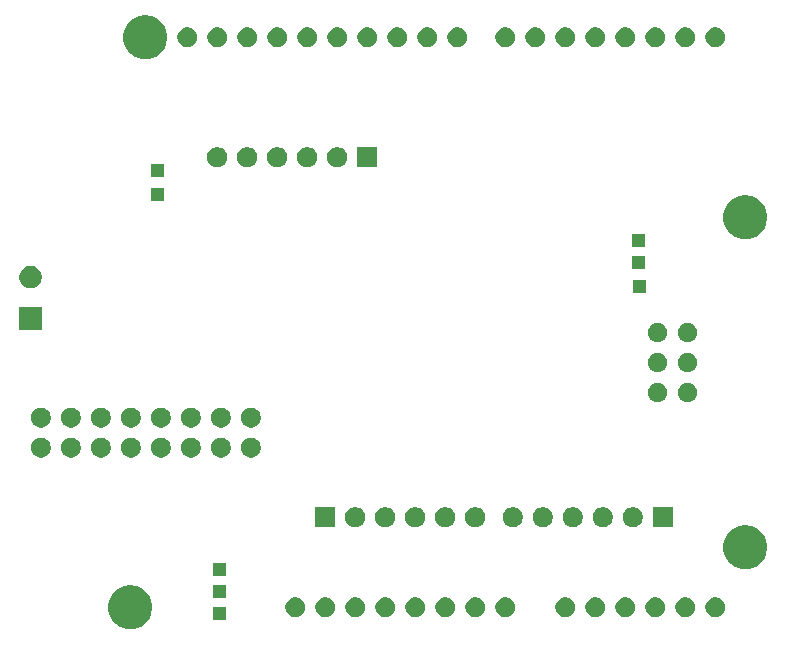
<source format=gbr>
G04 #@! TF.GenerationSoftware,KiCad,Pcbnew,(5.0.2)-1*
G04 #@! TF.CreationDate,2019-02-21T18:21:24-08:00*
G04 #@! TF.ProjectId,Arduino_uno_sheild,41726475-696e-46f5-9f75-6e6f5f736865,rev?*
G04 #@! TF.SameCoordinates,Original*
G04 #@! TF.FileFunction,Soldermask,Top*
G04 #@! TF.FilePolarity,Negative*
%FSLAX46Y46*%
G04 Gerber Fmt 4.6, Leading zero omitted, Abs format (unit mm)*
G04 Created by KiCad (PCBNEW (5.0.2)-1) date 2/21/2019 6:21:24 PM*
%MOMM*%
%LPD*%
G01*
G04 APERTURE LIST*
%ADD10C,0.100000*%
G04 APERTURE END LIST*
D10*
G36*
X14331113Y4355433D02*
X14509917Y4319867D01*
X14846777Y4180335D01*
X15147902Y3979130D01*
X15149947Y3977763D01*
X15407763Y3719947D01*
X15407765Y3719944D01*
X15610335Y3416777D01*
X15749867Y3079917D01*
X15821000Y2722308D01*
X15821000Y2357692D01*
X15749867Y2000083D01*
X15610335Y1663223D01*
X15497063Y1493700D01*
X15407763Y1360053D01*
X15149947Y1102237D01*
X15149944Y1102235D01*
X14846777Y899665D01*
X14509917Y760133D01*
X14331112Y724566D01*
X14152309Y689000D01*
X13787691Y689000D01*
X13608887Y724567D01*
X13430083Y760133D01*
X13093223Y899665D01*
X12790056Y1102235D01*
X12790053Y1102237D01*
X12532237Y1360053D01*
X12442937Y1493700D01*
X12329665Y1663223D01*
X12190133Y2000083D01*
X12119000Y2357692D01*
X12119000Y2722308D01*
X12190133Y3079917D01*
X12329665Y3416777D01*
X12532235Y3719944D01*
X12532237Y3719947D01*
X12790053Y3977763D01*
X12792098Y3979130D01*
X13093223Y4180335D01*
X13430083Y4319867D01*
X13608888Y4355434D01*
X13787691Y4391000D01*
X14152309Y4391000D01*
X14331113Y4355433D01*
X14331113Y4355433D01*
G37*
G36*
X22052100Y1493700D02*
X20950100Y1493700D01*
X20950100Y2595700D01*
X22052100Y2595700D01*
X22052100Y1493700D01*
X22052100Y1493700D01*
G37*
G36*
X61202391Y3339066D02*
X61202393Y3339065D01*
X61202394Y3339065D01*
X61353626Y3276423D01*
X61353627Y3276422D01*
X61489735Y3185478D01*
X61605478Y3069735D01*
X61605480Y3069732D01*
X61696423Y2933626D01*
X61759065Y2782394D01*
X61791000Y2621846D01*
X61791000Y2458154D01*
X61759065Y2297606D01*
X61696423Y2146374D01*
X61696422Y2146373D01*
X61605478Y2010265D01*
X61489735Y1894522D01*
X61489732Y1894520D01*
X61353626Y1803577D01*
X61202394Y1740935D01*
X61202393Y1740935D01*
X61202391Y1740934D01*
X61041848Y1709000D01*
X60878152Y1709000D01*
X60717609Y1740934D01*
X60717607Y1740935D01*
X60717606Y1740935D01*
X60566374Y1803577D01*
X60430268Y1894520D01*
X60430265Y1894522D01*
X60314522Y2010265D01*
X60223578Y2146373D01*
X60223577Y2146374D01*
X60160935Y2297606D01*
X60129000Y2458154D01*
X60129000Y2621846D01*
X60160935Y2782394D01*
X60223577Y2933626D01*
X60314520Y3069732D01*
X60314522Y3069735D01*
X60430265Y3185478D01*
X60566373Y3276422D01*
X60566374Y3276423D01*
X60717606Y3339065D01*
X60717607Y3339065D01*
X60717609Y3339066D01*
X60878152Y3371000D01*
X61041848Y3371000D01*
X61202391Y3339066D01*
X61202391Y3339066D01*
G37*
G36*
X40882391Y3339066D02*
X40882393Y3339065D01*
X40882394Y3339065D01*
X41033626Y3276423D01*
X41033627Y3276422D01*
X41169735Y3185478D01*
X41285478Y3069735D01*
X41285480Y3069732D01*
X41376423Y2933626D01*
X41439065Y2782394D01*
X41471000Y2621846D01*
X41471000Y2458154D01*
X41439065Y2297606D01*
X41376423Y2146374D01*
X41376422Y2146373D01*
X41285478Y2010265D01*
X41169735Y1894522D01*
X41169732Y1894520D01*
X41033626Y1803577D01*
X40882394Y1740935D01*
X40882393Y1740935D01*
X40882391Y1740934D01*
X40721848Y1709000D01*
X40558152Y1709000D01*
X40397609Y1740934D01*
X40397607Y1740935D01*
X40397606Y1740935D01*
X40246374Y1803577D01*
X40110268Y1894520D01*
X40110265Y1894522D01*
X39994522Y2010265D01*
X39903578Y2146373D01*
X39903577Y2146374D01*
X39840935Y2297606D01*
X39809000Y2458154D01*
X39809000Y2621846D01*
X39840935Y2782394D01*
X39903577Y2933626D01*
X39994520Y3069732D01*
X39994522Y3069735D01*
X40110265Y3185478D01*
X40246373Y3276422D01*
X40246374Y3276423D01*
X40397606Y3339065D01*
X40397607Y3339065D01*
X40397609Y3339066D01*
X40558152Y3371000D01*
X40721848Y3371000D01*
X40882391Y3339066D01*
X40882391Y3339066D01*
G37*
G36*
X58662391Y3339066D02*
X58662393Y3339065D01*
X58662394Y3339065D01*
X58813626Y3276423D01*
X58813627Y3276422D01*
X58949735Y3185478D01*
X59065478Y3069735D01*
X59065480Y3069732D01*
X59156423Y2933626D01*
X59219065Y2782394D01*
X59251000Y2621846D01*
X59251000Y2458154D01*
X59219065Y2297606D01*
X59156423Y2146374D01*
X59156422Y2146373D01*
X59065478Y2010265D01*
X58949735Y1894522D01*
X58949732Y1894520D01*
X58813626Y1803577D01*
X58662394Y1740935D01*
X58662393Y1740935D01*
X58662391Y1740934D01*
X58501848Y1709000D01*
X58338152Y1709000D01*
X58177609Y1740934D01*
X58177607Y1740935D01*
X58177606Y1740935D01*
X58026374Y1803577D01*
X57890268Y1894520D01*
X57890265Y1894522D01*
X57774522Y2010265D01*
X57683578Y2146373D01*
X57683577Y2146374D01*
X57620935Y2297606D01*
X57589000Y2458154D01*
X57589000Y2621846D01*
X57620935Y2782394D01*
X57683577Y2933626D01*
X57774520Y3069732D01*
X57774522Y3069735D01*
X57890265Y3185478D01*
X58026373Y3276422D01*
X58026374Y3276423D01*
X58177606Y3339065D01*
X58177607Y3339065D01*
X58177609Y3339066D01*
X58338152Y3371000D01*
X58501848Y3371000D01*
X58662391Y3339066D01*
X58662391Y3339066D01*
G37*
G36*
X53582391Y3339066D02*
X53582393Y3339065D01*
X53582394Y3339065D01*
X53733626Y3276423D01*
X53733627Y3276422D01*
X53869735Y3185478D01*
X53985478Y3069735D01*
X53985480Y3069732D01*
X54076423Y2933626D01*
X54139065Y2782394D01*
X54171000Y2621846D01*
X54171000Y2458154D01*
X54139065Y2297606D01*
X54076423Y2146374D01*
X54076422Y2146373D01*
X53985478Y2010265D01*
X53869735Y1894522D01*
X53869732Y1894520D01*
X53733626Y1803577D01*
X53582394Y1740935D01*
X53582393Y1740935D01*
X53582391Y1740934D01*
X53421848Y1709000D01*
X53258152Y1709000D01*
X53097609Y1740934D01*
X53097607Y1740935D01*
X53097606Y1740935D01*
X52946374Y1803577D01*
X52810268Y1894520D01*
X52810265Y1894522D01*
X52694522Y2010265D01*
X52603578Y2146373D01*
X52603577Y2146374D01*
X52540935Y2297606D01*
X52509000Y2458154D01*
X52509000Y2621846D01*
X52540935Y2782394D01*
X52603577Y2933626D01*
X52694520Y3069732D01*
X52694522Y3069735D01*
X52810265Y3185478D01*
X52946373Y3276422D01*
X52946374Y3276423D01*
X53097606Y3339065D01*
X53097607Y3339065D01*
X53097609Y3339066D01*
X53258152Y3371000D01*
X53421848Y3371000D01*
X53582391Y3339066D01*
X53582391Y3339066D01*
G37*
G36*
X51042391Y3339066D02*
X51042393Y3339065D01*
X51042394Y3339065D01*
X51193626Y3276423D01*
X51193627Y3276422D01*
X51329735Y3185478D01*
X51445478Y3069735D01*
X51445480Y3069732D01*
X51536423Y2933626D01*
X51599065Y2782394D01*
X51631000Y2621846D01*
X51631000Y2458154D01*
X51599065Y2297606D01*
X51536423Y2146374D01*
X51536422Y2146373D01*
X51445478Y2010265D01*
X51329735Y1894522D01*
X51329732Y1894520D01*
X51193626Y1803577D01*
X51042394Y1740935D01*
X51042393Y1740935D01*
X51042391Y1740934D01*
X50881848Y1709000D01*
X50718152Y1709000D01*
X50557609Y1740934D01*
X50557607Y1740935D01*
X50557606Y1740935D01*
X50406374Y1803577D01*
X50270268Y1894520D01*
X50270265Y1894522D01*
X50154522Y2010265D01*
X50063578Y2146373D01*
X50063577Y2146374D01*
X50000935Y2297606D01*
X49969000Y2458154D01*
X49969000Y2621846D01*
X50000935Y2782394D01*
X50063577Y2933626D01*
X50154520Y3069732D01*
X50154522Y3069735D01*
X50270265Y3185478D01*
X50406373Y3276422D01*
X50406374Y3276423D01*
X50557606Y3339065D01*
X50557607Y3339065D01*
X50557609Y3339066D01*
X50718152Y3371000D01*
X50881848Y3371000D01*
X51042391Y3339066D01*
X51042391Y3339066D01*
G37*
G36*
X45962391Y3339066D02*
X45962393Y3339065D01*
X45962394Y3339065D01*
X46113626Y3276423D01*
X46113627Y3276422D01*
X46249735Y3185478D01*
X46365478Y3069735D01*
X46365480Y3069732D01*
X46456423Y2933626D01*
X46519065Y2782394D01*
X46551000Y2621846D01*
X46551000Y2458154D01*
X46519065Y2297606D01*
X46456423Y2146374D01*
X46456422Y2146373D01*
X46365478Y2010265D01*
X46249735Y1894522D01*
X46249732Y1894520D01*
X46113626Y1803577D01*
X45962394Y1740935D01*
X45962393Y1740935D01*
X45962391Y1740934D01*
X45801848Y1709000D01*
X45638152Y1709000D01*
X45477609Y1740934D01*
X45477607Y1740935D01*
X45477606Y1740935D01*
X45326374Y1803577D01*
X45190268Y1894520D01*
X45190265Y1894522D01*
X45074522Y2010265D01*
X44983578Y2146373D01*
X44983577Y2146374D01*
X44920935Y2297606D01*
X44889000Y2458154D01*
X44889000Y2621846D01*
X44920935Y2782394D01*
X44983577Y2933626D01*
X45074520Y3069732D01*
X45074522Y3069735D01*
X45190265Y3185478D01*
X45326373Y3276422D01*
X45326374Y3276423D01*
X45477606Y3339065D01*
X45477607Y3339065D01*
X45477609Y3339066D01*
X45638152Y3371000D01*
X45801848Y3371000D01*
X45962391Y3339066D01*
X45962391Y3339066D01*
G37*
G36*
X43422391Y3339066D02*
X43422393Y3339065D01*
X43422394Y3339065D01*
X43573626Y3276423D01*
X43573627Y3276422D01*
X43709735Y3185478D01*
X43825478Y3069735D01*
X43825480Y3069732D01*
X43916423Y2933626D01*
X43979065Y2782394D01*
X44011000Y2621846D01*
X44011000Y2458154D01*
X43979065Y2297606D01*
X43916423Y2146374D01*
X43916422Y2146373D01*
X43825478Y2010265D01*
X43709735Y1894522D01*
X43709732Y1894520D01*
X43573626Y1803577D01*
X43422394Y1740935D01*
X43422393Y1740935D01*
X43422391Y1740934D01*
X43261848Y1709000D01*
X43098152Y1709000D01*
X42937609Y1740934D01*
X42937607Y1740935D01*
X42937606Y1740935D01*
X42786374Y1803577D01*
X42650268Y1894520D01*
X42650265Y1894522D01*
X42534522Y2010265D01*
X42443578Y2146373D01*
X42443577Y2146374D01*
X42380935Y2297606D01*
X42349000Y2458154D01*
X42349000Y2621846D01*
X42380935Y2782394D01*
X42443577Y2933626D01*
X42534520Y3069732D01*
X42534522Y3069735D01*
X42650265Y3185478D01*
X42786373Y3276422D01*
X42786374Y3276423D01*
X42937606Y3339065D01*
X42937607Y3339065D01*
X42937609Y3339066D01*
X43098152Y3371000D01*
X43261848Y3371000D01*
X43422391Y3339066D01*
X43422391Y3339066D01*
G37*
G36*
X56122391Y3339066D02*
X56122393Y3339065D01*
X56122394Y3339065D01*
X56273626Y3276423D01*
X56273627Y3276422D01*
X56409735Y3185478D01*
X56525478Y3069735D01*
X56525480Y3069732D01*
X56616423Y2933626D01*
X56679065Y2782394D01*
X56711000Y2621846D01*
X56711000Y2458154D01*
X56679065Y2297606D01*
X56616423Y2146374D01*
X56616422Y2146373D01*
X56525478Y2010265D01*
X56409735Y1894522D01*
X56409732Y1894520D01*
X56273626Y1803577D01*
X56122394Y1740935D01*
X56122393Y1740935D01*
X56122391Y1740934D01*
X55961848Y1709000D01*
X55798152Y1709000D01*
X55637609Y1740934D01*
X55637607Y1740935D01*
X55637606Y1740935D01*
X55486374Y1803577D01*
X55350268Y1894520D01*
X55350265Y1894522D01*
X55234522Y2010265D01*
X55143578Y2146373D01*
X55143577Y2146374D01*
X55080935Y2297606D01*
X55049000Y2458154D01*
X55049000Y2621846D01*
X55080935Y2782394D01*
X55143577Y2933626D01*
X55234520Y3069732D01*
X55234522Y3069735D01*
X55350265Y3185478D01*
X55486373Y3276422D01*
X55486374Y3276423D01*
X55637606Y3339065D01*
X55637607Y3339065D01*
X55637609Y3339066D01*
X55798152Y3371000D01*
X55961848Y3371000D01*
X56122391Y3339066D01*
X56122391Y3339066D01*
G37*
G36*
X38342391Y3339066D02*
X38342393Y3339065D01*
X38342394Y3339065D01*
X38493626Y3276423D01*
X38493627Y3276422D01*
X38629735Y3185478D01*
X38745478Y3069735D01*
X38745480Y3069732D01*
X38836423Y2933626D01*
X38899065Y2782394D01*
X38931000Y2621846D01*
X38931000Y2458154D01*
X38899065Y2297606D01*
X38836423Y2146374D01*
X38836422Y2146373D01*
X38745478Y2010265D01*
X38629735Y1894522D01*
X38629732Y1894520D01*
X38493626Y1803577D01*
X38342394Y1740935D01*
X38342393Y1740935D01*
X38342391Y1740934D01*
X38181848Y1709000D01*
X38018152Y1709000D01*
X37857609Y1740934D01*
X37857607Y1740935D01*
X37857606Y1740935D01*
X37706374Y1803577D01*
X37570268Y1894520D01*
X37570265Y1894522D01*
X37454522Y2010265D01*
X37363578Y2146373D01*
X37363577Y2146374D01*
X37300935Y2297606D01*
X37269000Y2458154D01*
X37269000Y2621846D01*
X37300935Y2782394D01*
X37363577Y2933626D01*
X37454520Y3069732D01*
X37454522Y3069735D01*
X37570265Y3185478D01*
X37706373Y3276422D01*
X37706374Y3276423D01*
X37857606Y3339065D01*
X37857607Y3339065D01*
X37857609Y3339066D01*
X38018152Y3371000D01*
X38181848Y3371000D01*
X38342391Y3339066D01*
X38342391Y3339066D01*
G37*
G36*
X35802391Y3339066D02*
X35802393Y3339065D01*
X35802394Y3339065D01*
X35953626Y3276423D01*
X35953627Y3276422D01*
X36089735Y3185478D01*
X36205478Y3069735D01*
X36205480Y3069732D01*
X36296423Y2933626D01*
X36359065Y2782394D01*
X36391000Y2621846D01*
X36391000Y2458154D01*
X36359065Y2297606D01*
X36296423Y2146374D01*
X36296422Y2146373D01*
X36205478Y2010265D01*
X36089735Y1894522D01*
X36089732Y1894520D01*
X35953626Y1803577D01*
X35802394Y1740935D01*
X35802393Y1740935D01*
X35802391Y1740934D01*
X35641848Y1709000D01*
X35478152Y1709000D01*
X35317609Y1740934D01*
X35317607Y1740935D01*
X35317606Y1740935D01*
X35166374Y1803577D01*
X35030268Y1894520D01*
X35030265Y1894522D01*
X34914522Y2010265D01*
X34823578Y2146373D01*
X34823577Y2146374D01*
X34760935Y2297606D01*
X34729000Y2458154D01*
X34729000Y2621846D01*
X34760935Y2782394D01*
X34823577Y2933626D01*
X34914520Y3069732D01*
X34914522Y3069735D01*
X35030265Y3185478D01*
X35166373Y3276422D01*
X35166374Y3276423D01*
X35317606Y3339065D01*
X35317607Y3339065D01*
X35317609Y3339066D01*
X35478152Y3371000D01*
X35641848Y3371000D01*
X35802391Y3339066D01*
X35802391Y3339066D01*
G37*
G36*
X33262391Y3339066D02*
X33262393Y3339065D01*
X33262394Y3339065D01*
X33413626Y3276423D01*
X33413627Y3276422D01*
X33549735Y3185478D01*
X33665478Y3069735D01*
X33665480Y3069732D01*
X33756423Y2933626D01*
X33819065Y2782394D01*
X33851000Y2621846D01*
X33851000Y2458154D01*
X33819065Y2297606D01*
X33756423Y2146374D01*
X33756422Y2146373D01*
X33665478Y2010265D01*
X33549735Y1894522D01*
X33549732Y1894520D01*
X33413626Y1803577D01*
X33262394Y1740935D01*
X33262393Y1740935D01*
X33262391Y1740934D01*
X33101848Y1709000D01*
X32938152Y1709000D01*
X32777609Y1740934D01*
X32777607Y1740935D01*
X32777606Y1740935D01*
X32626374Y1803577D01*
X32490268Y1894520D01*
X32490265Y1894522D01*
X32374522Y2010265D01*
X32283578Y2146373D01*
X32283577Y2146374D01*
X32220935Y2297606D01*
X32189000Y2458154D01*
X32189000Y2621846D01*
X32220935Y2782394D01*
X32283577Y2933626D01*
X32374520Y3069732D01*
X32374522Y3069735D01*
X32490265Y3185478D01*
X32626373Y3276422D01*
X32626374Y3276423D01*
X32777606Y3339065D01*
X32777607Y3339065D01*
X32777609Y3339066D01*
X32938152Y3371000D01*
X33101848Y3371000D01*
X33262391Y3339066D01*
X33262391Y3339066D01*
G37*
G36*
X30722391Y3339066D02*
X30722393Y3339065D01*
X30722394Y3339065D01*
X30873626Y3276423D01*
X30873627Y3276422D01*
X31009735Y3185478D01*
X31125478Y3069735D01*
X31125480Y3069732D01*
X31216423Y2933626D01*
X31279065Y2782394D01*
X31311000Y2621846D01*
X31311000Y2458154D01*
X31279065Y2297606D01*
X31216423Y2146374D01*
X31216422Y2146373D01*
X31125478Y2010265D01*
X31009735Y1894522D01*
X31009732Y1894520D01*
X30873626Y1803577D01*
X30722394Y1740935D01*
X30722393Y1740935D01*
X30722391Y1740934D01*
X30561848Y1709000D01*
X30398152Y1709000D01*
X30237609Y1740934D01*
X30237607Y1740935D01*
X30237606Y1740935D01*
X30086374Y1803577D01*
X29950268Y1894520D01*
X29950265Y1894522D01*
X29834522Y2010265D01*
X29743578Y2146373D01*
X29743577Y2146374D01*
X29680935Y2297606D01*
X29649000Y2458154D01*
X29649000Y2621846D01*
X29680935Y2782394D01*
X29743577Y2933626D01*
X29834520Y3069732D01*
X29834522Y3069735D01*
X29950265Y3185478D01*
X30086373Y3276422D01*
X30086374Y3276423D01*
X30237606Y3339065D01*
X30237607Y3339065D01*
X30237609Y3339066D01*
X30398152Y3371000D01*
X30561848Y3371000D01*
X30722391Y3339066D01*
X30722391Y3339066D01*
G37*
G36*
X28182391Y3339066D02*
X28182393Y3339065D01*
X28182394Y3339065D01*
X28333626Y3276423D01*
X28333627Y3276422D01*
X28469735Y3185478D01*
X28585478Y3069735D01*
X28585480Y3069732D01*
X28676423Y2933626D01*
X28739065Y2782394D01*
X28771000Y2621846D01*
X28771000Y2458154D01*
X28739065Y2297606D01*
X28676423Y2146374D01*
X28676422Y2146373D01*
X28585478Y2010265D01*
X28469735Y1894522D01*
X28469732Y1894520D01*
X28333626Y1803577D01*
X28182394Y1740935D01*
X28182393Y1740935D01*
X28182391Y1740934D01*
X28021848Y1709000D01*
X27858152Y1709000D01*
X27697609Y1740934D01*
X27697607Y1740935D01*
X27697606Y1740935D01*
X27546374Y1803577D01*
X27410268Y1894520D01*
X27410265Y1894522D01*
X27294522Y2010265D01*
X27203578Y2146373D01*
X27203577Y2146374D01*
X27140935Y2297606D01*
X27109000Y2458154D01*
X27109000Y2621846D01*
X27140935Y2782394D01*
X27203577Y2933626D01*
X27294520Y3069732D01*
X27294522Y3069735D01*
X27410265Y3185478D01*
X27546373Y3276422D01*
X27546374Y3276423D01*
X27697606Y3339065D01*
X27697607Y3339065D01*
X27697609Y3339066D01*
X27858152Y3371000D01*
X28021848Y3371000D01*
X28182391Y3339066D01*
X28182391Y3339066D01*
G37*
G36*
X63742391Y3339066D02*
X63742393Y3339065D01*
X63742394Y3339065D01*
X63893626Y3276423D01*
X63893627Y3276422D01*
X64029735Y3185478D01*
X64145478Y3069735D01*
X64145480Y3069732D01*
X64236423Y2933626D01*
X64299065Y2782394D01*
X64331000Y2621846D01*
X64331000Y2458154D01*
X64299065Y2297606D01*
X64236423Y2146374D01*
X64236422Y2146373D01*
X64145478Y2010265D01*
X64029735Y1894522D01*
X64029732Y1894520D01*
X63893626Y1803577D01*
X63742394Y1740935D01*
X63742393Y1740935D01*
X63742391Y1740934D01*
X63581848Y1709000D01*
X63418152Y1709000D01*
X63257609Y1740934D01*
X63257607Y1740935D01*
X63257606Y1740935D01*
X63106374Y1803577D01*
X62970268Y1894520D01*
X62970265Y1894522D01*
X62854522Y2010265D01*
X62763578Y2146373D01*
X62763577Y2146374D01*
X62700935Y2297606D01*
X62669000Y2458154D01*
X62669000Y2621846D01*
X62700935Y2782394D01*
X62763577Y2933626D01*
X62854520Y3069732D01*
X62854522Y3069735D01*
X62970265Y3185478D01*
X63106373Y3276422D01*
X63106374Y3276423D01*
X63257606Y3339065D01*
X63257607Y3339065D01*
X63257609Y3339066D01*
X63418152Y3371000D01*
X63581848Y3371000D01*
X63742391Y3339066D01*
X63742391Y3339066D01*
G37*
G36*
X22052100Y3335200D02*
X20950100Y3335200D01*
X20950100Y4437200D01*
X22052100Y4437200D01*
X22052100Y3335200D01*
X22052100Y3335200D01*
G37*
G36*
X22052100Y5176700D02*
X20950100Y5176700D01*
X20950100Y6278700D01*
X22052100Y6278700D01*
X22052100Y5176700D01*
X22052100Y5176700D01*
G37*
G36*
X66401113Y9435433D02*
X66579917Y9399867D01*
X66916777Y9260335D01*
X67217902Y9059130D01*
X67219947Y9057763D01*
X67477763Y8799947D01*
X67477765Y8799944D01*
X67680335Y8496777D01*
X67819867Y8159917D01*
X67891000Y7802308D01*
X67891000Y7437692D01*
X67819867Y7080083D01*
X67680335Y6743223D01*
X67479130Y6442098D01*
X67477763Y6440053D01*
X67219947Y6182237D01*
X67219944Y6182235D01*
X66916777Y5979665D01*
X66579917Y5840133D01*
X66401112Y5804566D01*
X66222309Y5769000D01*
X65857691Y5769000D01*
X65678888Y5804566D01*
X65500083Y5840133D01*
X65163223Y5979665D01*
X64860056Y6182235D01*
X64860053Y6182237D01*
X64602237Y6440053D01*
X64600870Y6442098D01*
X64399665Y6743223D01*
X64260133Y7080083D01*
X64189000Y7437692D01*
X64189000Y7802308D01*
X64260133Y8159917D01*
X64399665Y8496777D01*
X64602235Y8799944D01*
X64602237Y8799947D01*
X64860053Y9057763D01*
X64862098Y9059130D01*
X65163223Y9260335D01*
X65500083Y9399867D01*
X65678887Y9435433D01*
X65857691Y9471000D01*
X66222309Y9471000D01*
X66401113Y9435433D01*
X66401113Y9435433D01*
G37*
G36*
X40888228Y10978297D02*
X41043100Y10914147D01*
X41182481Y10821015D01*
X41301015Y10702481D01*
X41394147Y10563100D01*
X41458297Y10408228D01*
X41491000Y10243816D01*
X41491000Y10076184D01*
X41458297Y9911772D01*
X41394147Y9756900D01*
X41301015Y9617519D01*
X41182481Y9498985D01*
X41043100Y9405853D01*
X40888228Y9341703D01*
X40723816Y9309000D01*
X40556184Y9309000D01*
X40391772Y9341703D01*
X40236900Y9405853D01*
X40097519Y9498985D01*
X39978985Y9617519D01*
X39885853Y9756900D01*
X39821703Y9911772D01*
X39789000Y10076184D01*
X39789000Y10243816D01*
X39821703Y10408228D01*
X39885853Y10563100D01*
X39978985Y10702481D01*
X40097519Y10821015D01*
X40236900Y10914147D01*
X40391772Y10978297D01*
X40556184Y11011000D01*
X40723816Y11011000D01*
X40888228Y10978297D01*
X40888228Y10978297D01*
G37*
G36*
X46603228Y10978297D02*
X46758100Y10914147D01*
X46897481Y10821015D01*
X47016015Y10702481D01*
X47109147Y10563100D01*
X47173297Y10408228D01*
X47206000Y10243816D01*
X47206000Y10076184D01*
X47173297Y9911772D01*
X47109147Y9756900D01*
X47016015Y9617519D01*
X46897481Y9498985D01*
X46758100Y9405853D01*
X46603228Y9341703D01*
X46438816Y9309000D01*
X46271184Y9309000D01*
X46106772Y9341703D01*
X45951900Y9405853D01*
X45812519Y9498985D01*
X45693985Y9617519D01*
X45600853Y9756900D01*
X45536703Y9911772D01*
X45504000Y10076184D01*
X45504000Y10243816D01*
X45536703Y10408228D01*
X45600853Y10563100D01*
X45693985Y10702481D01*
X45812519Y10821015D01*
X45951900Y10914147D01*
X46106772Y10978297D01*
X46271184Y11011000D01*
X46438816Y11011000D01*
X46603228Y10978297D01*
X46603228Y10978297D01*
G37*
G36*
X49143228Y10978297D02*
X49298100Y10914147D01*
X49437481Y10821015D01*
X49556015Y10702481D01*
X49649147Y10563100D01*
X49713297Y10408228D01*
X49746000Y10243816D01*
X49746000Y10076184D01*
X49713297Y9911772D01*
X49649147Y9756900D01*
X49556015Y9617519D01*
X49437481Y9498985D01*
X49298100Y9405853D01*
X49143228Y9341703D01*
X48978816Y9309000D01*
X48811184Y9309000D01*
X48646772Y9341703D01*
X48491900Y9405853D01*
X48352519Y9498985D01*
X48233985Y9617519D01*
X48140853Y9756900D01*
X48076703Y9911772D01*
X48044000Y10076184D01*
X48044000Y10243816D01*
X48076703Y10408228D01*
X48140853Y10563100D01*
X48233985Y10702481D01*
X48352519Y10821015D01*
X48491900Y10914147D01*
X48646772Y10978297D01*
X48811184Y11011000D01*
X48978816Y11011000D01*
X49143228Y10978297D01*
X49143228Y10978297D01*
G37*
G36*
X35808228Y10978297D02*
X35963100Y10914147D01*
X36102481Y10821015D01*
X36221015Y10702481D01*
X36314147Y10563100D01*
X36378297Y10408228D01*
X36411000Y10243816D01*
X36411000Y10076184D01*
X36378297Y9911772D01*
X36314147Y9756900D01*
X36221015Y9617519D01*
X36102481Y9498985D01*
X35963100Y9405853D01*
X35808228Y9341703D01*
X35643816Y9309000D01*
X35476184Y9309000D01*
X35311772Y9341703D01*
X35156900Y9405853D01*
X35017519Y9498985D01*
X34898985Y9617519D01*
X34805853Y9756900D01*
X34741703Y9911772D01*
X34709000Y10076184D01*
X34709000Y10243816D01*
X34741703Y10408228D01*
X34805853Y10563100D01*
X34898985Y10702481D01*
X35017519Y10821015D01*
X35156900Y10914147D01*
X35311772Y10978297D01*
X35476184Y11011000D01*
X35643816Y11011000D01*
X35808228Y10978297D01*
X35808228Y10978297D01*
G37*
G36*
X51683228Y10978297D02*
X51838100Y10914147D01*
X51977481Y10821015D01*
X52096015Y10702481D01*
X52189147Y10563100D01*
X52253297Y10408228D01*
X52286000Y10243816D01*
X52286000Y10076184D01*
X52253297Y9911772D01*
X52189147Y9756900D01*
X52096015Y9617519D01*
X51977481Y9498985D01*
X51838100Y9405853D01*
X51683228Y9341703D01*
X51518816Y9309000D01*
X51351184Y9309000D01*
X51186772Y9341703D01*
X51031900Y9405853D01*
X50892519Y9498985D01*
X50773985Y9617519D01*
X50680853Y9756900D01*
X50616703Y9911772D01*
X50584000Y10076184D01*
X50584000Y10243816D01*
X50616703Y10408228D01*
X50680853Y10563100D01*
X50773985Y10702481D01*
X50892519Y10821015D01*
X51031900Y10914147D01*
X51186772Y10978297D01*
X51351184Y11011000D01*
X51518816Y11011000D01*
X51683228Y10978297D01*
X51683228Y10978297D01*
G37*
G36*
X59906000Y9309000D02*
X58204000Y9309000D01*
X58204000Y11011000D01*
X59906000Y11011000D01*
X59906000Y9309000D01*
X59906000Y9309000D01*
G37*
G36*
X54223228Y10978297D02*
X54378100Y10914147D01*
X54517481Y10821015D01*
X54636015Y10702481D01*
X54729147Y10563100D01*
X54793297Y10408228D01*
X54826000Y10243816D01*
X54826000Y10076184D01*
X54793297Y9911772D01*
X54729147Y9756900D01*
X54636015Y9617519D01*
X54517481Y9498985D01*
X54378100Y9405853D01*
X54223228Y9341703D01*
X54058816Y9309000D01*
X53891184Y9309000D01*
X53726772Y9341703D01*
X53571900Y9405853D01*
X53432519Y9498985D01*
X53313985Y9617519D01*
X53220853Y9756900D01*
X53156703Y9911772D01*
X53124000Y10076184D01*
X53124000Y10243816D01*
X53156703Y10408228D01*
X53220853Y10563100D01*
X53313985Y10702481D01*
X53432519Y10821015D01*
X53571900Y10914147D01*
X53726772Y10978297D01*
X53891184Y11011000D01*
X54058816Y11011000D01*
X54223228Y10978297D01*
X54223228Y10978297D01*
G37*
G36*
X38348228Y10978297D02*
X38503100Y10914147D01*
X38642481Y10821015D01*
X38761015Y10702481D01*
X38854147Y10563100D01*
X38918297Y10408228D01*
X38951000Y10243816D01*
X38951000Y10076184D01*
X38918297Y9911772D01*
X38854147Y9756900D01*
X38761015Y9617519D01*
X38642481Y9498985D01*
X38503100Y9405853D01*
X38348228Y9341703D01*
X38183816Y9309000D01*
X38016184Y9309000D01*
X37851772Y9341703D01*
X37696900Y9405853D01*
X37557519Y9498985D01*
X37438985Y9617519D01*
X37345853Y9756900D01*
X37281703Y9911772D01*
X37249000Y10076184D01*
X37249000Y10243816D01*
X37281703Y10408228D01*
X37345853Y10563100D01*
X37438985Y10702481D01*
X37557519Y10821015D01*
X37696900Y10914147D01*
X37851772Y10978297D01*
X38016184Y11011000D01*
X38183816Y11011000D01*
X38348228Y10978297D01*
X38348228Y10978297D01*
G37*
G36*
X33268228Y10978297D02*
X33423100Y10914147D01*
X33562481Y10821015D01*
X33681015Y10702481D01*
X33774147Y10563100D01*
X33838297Y10408228D01*
X33871000Y10243816D01*
X33871000Y10076184D01*
X33838297Y9911772D01*
X33774147Y9756900D01*
X33681015Y9617519D01*
X33562481Y9498985D01*
X33423100Y9405853D01*
X33268228Y9341703D01*
X33103816Y9309000D01*
X32936184Y9309000D01*
X32771772Y9341703D01*
X32616900Y9405853D01*
X32477519Y9498985D01*
X32358985Y9617519D01*
X32265853Y9756900D01*
X32201703Y9911772D01*
X32169000Y10076184D01*
X32169000Y10243816D01*
X32201703Y10408228D01*
X32265853Y10563100D01*
X32358985Y10702481D01*
X32477519Y10821015D01*
X32616900Y10914147D01*
X32771772Y10978297D01*
X32936184Y11011000D01*
X33103816Y11011000D01*
X33268228Y10978297D01*
X33268228Y10978297D01*
G37*
G36*
X31331000Y9309000D02*
X29629000Y9309000D01*
X29629000Y11011000D01*
X31331000Y11011000D01*
X31331000Y9309000D01*
X31331000Y9309000D01*
G37*
G36*
X56763228Y10978297D02*
X56918100Y10914147D01*
X57057481Y10821015D01*
X57176015Y10702481D01*
X57269147Y10563100D01*
X57333297Y10408228D01*
X57366000Y10243816D01*
X57366000Y10076184D01*
X57333297Y9911772D01*
X57269147Y9756900D01*
X57176015Y9617519D01*
X57057481Y9498985D01*
X56918100Y9405853D01*
X56763228Y9341703D01*
X56598816Y9309000D01*
X56431184Y9309000D01*
X56266772Y9341703D01*
X56111900Y9405853D01*
X55972519Y9498985D01*
X55853985Y9617519D01*
X55760853Y9756900D01*
X55696703Y9911772D01*
X55664000Y10076184D01*
X55664000Y10243816D01*
X55696703Y10408228D01*
X55760853Y10563100D01*
X55853985Y10702481D01*
X55972519Y10821015D01*
X56111900Y10914147D01*
X56266772Y10978297D01*
X56431184Y11011000D01*
X56598816Y11011000D01*
X56763228Y10978297D01*
X56763228Y10978297D01*
G37*
G36*
X43428228Y10978297D02*
X43583100Y10914147D01*
X43722481Y10821015D01*
X43841015Y10702481D01*
X43934147Y10563100D01*
X43998297Y10408228D01*
X44031000Y10243816D01*
X44031000Y10076184D01*
X43998297Y9911772D01*
X43934147Y9756900D01*
X43841015Y9617519D01*
X43722481Y9498985D01*
X43583100Y9405853D01*
X43428228Y9341703D01*
X43263816Y9309000D01*
X43096184Y9309000D01*
X42931772Y9341703D01*
X42776900Y9405853D01*
X42637519Y9498985D01*
X42518985Y9617519D01*
X42425853Y9756900D01*
X42361703Y9911772D01*
X42329000Y10076184D01*
X42329000Y10243816D01*
X42361703Y10408228D01*
X42425853Y10563100D01*
X42518985Y10702481D01*
X42637519Y10821015D01*
X42776900Y10914147D01*
X42931772Y10978297D01*
X43096184Y11011000D01*
X43263816Y11011000D01*
X43428228Y10978297D01*
X43428228Y10978297D01*
G37*
G36*
X19349028Y16871097D02*
X19503900Y16806947D01*
X19643281Y16713815D01*
X19761815Y16595281D01*
X19854947Y16455900D01*
X19919097Y16301028D01*
X19951800Y16136616D01*
X19951800Y15968984D01*
X19919097Y15804572D01*
X19854947Y15649700D01*
X19761815Y15510319D01*
X19643281Y15391785D01*
X19503900Y15298653D01*
X19349028Y15234503D01*
X19184616Y15201800D01*
X19016984Y15201800D01*
X18852572Y15234503D01*
X18697700Y15298653D01*
X18558319Y15391785D01*
X18439785Y15510319D01*
X18346653Y15649700D01*
X18282503Y15804572D01*
X18249800Y15968984D01*
X18249800Y16136616D01*
X18282503Y16301028D01*
X18346653Y16455900D01*
X18439785Y16595281D01*
X18558319Y16713815D01*
X18697700Y16806947D01*
X18852572Y16871097D01*
X19016984Y16903800D01*
X19184616Y16903800D01*
X19349028Y16871097D01*
X19349028Y16871097D01*
G37*
G36*
X6649028Y16871097D02*
X6803900Y16806947D01*
X6943281Y16713815D01*
X7061815Y16595281D01*
X7154947Y16455900D01*
X7219097Y16301028D01*
X7251800Y16136616D01*
X7251800Y15968984D01*
X7219097Y15804572D01*
X7154947Y15649700D01*
X7061815Y15510319D01*
X6943281Y15391785D01*
X6803900Y15298653D01*
X6649028Y15234503D01*
X6484616Y15201800D01*
X6316984Y15201800D01*
X6152572Y15234503D01*
X5997700Y15298653D01*
X5858319Y15391785D01*
X5739785Y15510319D01*
X5646653Y15649700D01*
X5582503Y15804572D01*
X5549800Y15968984D01*
X5549800Y16136616D01*
X5582503Y16301028D01*
X5646653Y16455900D01*
X5739785Y16595281D01*
X5858319Y16713815D01*
X5997700Y16806947D01*
X6152572Y16871097D01*
X6316984Y16903800D01*
X6484616Y16903800D01*
X6649028Y16871097D01*
X6649028Y16871097D01*
G37*
G36*
X24429028Y16871097D02*
X24583900Y16806947D01*
X24723281Y16713815D01*
X24841815Y16595281D01*
X24934947Y16455900D01*
X24999097Y16301028D01*
X25031800Y16136616D01*
X25031800Y15968984D01*
X24999097Y15804572D01*
X24934947Y15649700D01*
X24841815Y15510319D01*
X24723281Y15391785D01*
X24583900Y15298653D01*
X24429028Y15234503D01*
X24264616Y15201800D01*
X24096984Y15201800D01*
X23932572Y15234503D01*
X23777700Y15298653D01*
X23638319Y15391785D01*
X23519785Y15510319D01*
X23426653Y15649700D01*
X23362503Y15804572D01*
X23329800Y15968984D01*
X23329800Y16136616D01*
X23362503Y16301028D01*
X23426653Y16455900D01*
X23519785Y16595281D01*
X23638319Y16713815D01*
X23777700Y16806947D01*
X23932572Y16871097D01*
X24096984Y16903800D01*
X24264616Y16903800D01*
X24429028Y16871097D01*
X24429028Y16871097D01*
G37*
G36*
X21889028Y16871097D02*
X22043900Y16806947D01*
X22183281Y16713815D01*
X22301815Y16595281D01*
X22394947Y16455900D01*
X22459097Y16301028D01*
X22491800Y16136616D01*
X22491800Y15968984D01*
X22459097Y15804572D01*
X22394947Y15649700D01*
X22301815Y15510319D01*
X22183281Y15391785D01*
X22043900Y15298653D01*
X21889028Y15234503D01*
X21724616Y15201800D01*
X21556984Y15201800D01*
X21392572Y15234503D01*
X21237700Y15298653D01*
X21098319Y15391785D01*
X20979785Y15510319D01*
X20886653Y15649700D01*
X20822503Y15804572D01*
X20789800Y15968984D01*
X20789800Y16136616D01*
X20822503Y16301028D01*
X20886653Y16455900D01*
X20979785Y16595281D01*
X21098319Y16713815D01*
X21237700Y16806947D01*
X21392572Y16871097D01*
X21556984Y16903800D01*
X21724616Y16903800D01*
X21889028Y16871097D01*
X21889028Y16871097D01*
G37*
G36*
X9189028Y16871097D02*
X9343900Y16806947D01*
X9483281Y16713815D01*
X9601815Y16595281D01*
X9694947Y16455900D01*
X9759097Y16301028D01*
X9791800Y16136616D01*
X9791800Y15968984D01*
X9759097Y15804572D01*
X9694947Y15649700D01*
X9601815Y15510319D01*
X9483281Y15391785D01*
X9343900Y15298653D01*
X9189028Y15234503D01*
X9024616Y15201800D01*
X8856984Y15201800D01*
X8692572Y15234503D01*
X8537700Y15298653D01*
X8398319Y15391785D01*
X8279785Y15510319D01*
X8186653Y15649700D01*
X8122503Y15804572D01*
X8089800Y15968984D01*
X8089800Y16136616D01*
X8122503Y16301028D01*
X8186653Y16455900D01*
X8279785Y16595281D01*
X8398319Y16713815D01*
X8537700Y16806947D01*
X8692572Y16871097D01*
X8856984Y16903800D01*
X9024616Y16903800D01*
X9189028Y16871097D01*
X9189028Y16871097D01*
G37*
G36*
X16809028Y16871097D02*
X16963900Y16806947D01*
X17103281Y16713815D01*
X17221815Y16595281D01*
X17314947Y16455900D01*
X17379097Y16301028D01*
X17411800Y16136616D01*
X17411800Y15968984D01*
X17379097Y15804572D01*
X17314947Y15649700D01*
X17221815Y15510319D01*
X17103281Y15391785D01*
X16963900Y15298653D01*
X16809028Y15234503D01*
X16644616Y15201800D01*
X16476984Y15201800D01*
X16312572Y15234503D01*
X16157700Y15298653D01*
X16018319Y15391785D01*
X15899785Y15510319D01*
X15806653Y15649700D01*
X15742503Y15804572D01*
X15709800Y15968984D01*
X15709800Y16136616D01*
X15742503Y16301028D01*
X15806653Y16455900D01*
X15899785Y16595281D01*
X16018319Y16713815D01*
X16157700Y16806947D01*
X16312572Y16871097D01*
X16476984Y16903800D01*
X16644616Y16903800D01*
X16809028Y16871097D01*
X16809028Y16871097D01*
G37*
G36*
X11729028Y16871097D02*
X11883900Y16806947D01*
X12023281Y16713815D01*
X12141815Y16595281D01*
X12234947Y16455900D01*
X12299097Y16301028D01*
X12331800Y16136616D01*
X12331800Y15968984D01*
X12299097Y15804572D01*
X12234947Y15649700D01*
X12141815Y15510319D01*
X12023281Y15391785D01*
X11883900Y15298653D01*
X11729028Y15234503D01*
X11564616Y15201800D01*
X11396984Y15201800D01*
X11232572Y15234503D01*
X11077700Y15298653D01*
X10938319Y15391785D01*
X10819785Y15510319D01*
X10726653Y15649700D01*
X10662503Y15804572D01*
X10629800Y15968984D01*
X10629800Y16136616D01*
X10662503Y16301028D01*
X10726653Y16455900D01*
X10819785Y16595281D01*
X10938319Y16713815D01*
X11077700Y16806947D01*
X11232572Y16871097D01*
X11396984Y16903800D01*
X11564616Y16903800D01*
X11729028Y16871097D01*
X11729028Y16871097D01*
G37*
G36*
X14269028Y16871097D02*
X14423900Y16806947D01*
X14563281Y16713815D01*
X14681815Y16595281D01*
X14774947Y16455900D01*
X14839097Y16301028D01*
X14871800Y16136616D01*
X14871800Y15968984D01*
X14839097Y15804572D01*
X14774947Y15649700D01*
X14681815Y15510319D01*
X14563281Y15391785D01*
X14423900Y15298653D01*
X14269028Y15234503D01*
X14104616Y15201800D01*
X13936984Y15201800D01*
X13772572Y15234503D01*
X13617700Y15298653D01*
X13478319Y15391785D01*
X13359785Y15510319D01*
X13266653Y15649700D01*
X13202503Y15804572D01*
X13169800Y15968984D01*
X13169800Y16136616D01*
X13202503Y16301028D01*
X13266653Y16455900D01*
X13359785Y16595281D01*
X13478319Y16713815D01*
X13617700Y16806947D01*
X13772572Y16871097D01*
X13936984Y16903800D01*
X14104616Y16903800D01*
X14269028Y16871097D01*
X14269028Y16871097D01*
G37*
G36*
X21889028Y19411097D02*
X22043900Y19346947D01*
X22183281Y19253815D01*
X22301815Y19135281D01*
X22394947Y18995900D01*
X22459097Y18841028D01*
X22491800Y18676616D01*
X22491800Y18508984D01*
X22459097Y18344572D01*
X22394947Y18189700D01*
X22301815Y18050319D01*
X22183281Y17931785D01*
X22043900Y17838653D01*
X21889028Y17774503D01*
X21724616Y17741800D01*
X21556984Y17741800D01*
X21392572Y17774503D01*
X21237700Y17838653D01*
X21098319Y17931785D01*
X20979785Y18050319D01*
X20886653Y18189700D01*
X20822503Y18344572D01*
X20789800Y18508984D01*
X20789800Y18676616D01*
X20822503Y18841028D01*
X20886653Y18995900D01*
X20979785Y19135281D01*
X21098319Y19253815D01*
X21237700Y19346947D01*
X21392572Y19411097D01*
X21556984Y19443800D01*
X21724616Y19443800D01*
X21889028Y19411097D01*
X21889028Y19411097D01*
G37*
G36*
X19349028Y19411097D02*
X19503900Y19346947D01*
X19643281Y19253815D01*
X19761815Y19135281D01*
X19854947Y18995900D01*
X19919097Y18841028D01*
X19951800Y18676616D01*
X19951800Y18508984D01*
X19919097Y18344572D01*
X19854947Y18189700D01*
X19761815Y18050319D01*
X19643281Y17931785D01*
X19503900Y17838653D01*
X19349028Y17774503D01*
X19184616Y17741800D01*
X19016984Y17741800D01*
X18852572Y17774503D01*
X18697700Y17838653D01*
X18558319Y17931785D01*
X18439785Y18050319D01*
X18346653Y18189700D01*
X18282503Y18344572D01*
X18249800Y18508984D01*
X18249800Y18676616D01*
X18282503Y18841028D01*
X18346653Y18995900D01*
X18439785Y19135281D01*
X18558319Y19253815D01*
X18697700Y19346947D01*
X18852572Y19411097D01*
X19016984Y19443800D01*
X19184616Y19443800D01*
X19349028Y19411097D01*
X19349028Y19411097D01*
G37*
G36*
X16809028Y19411097D02*
X16963900Y19346947D01*
X17103281Y19253815D01*
X17221815Y19135281D01*
X17314947Y18995900D01*
X17379097Y18841028D01*
X17411800Y18676616D01*
X17411800Y18508984D01*
X17379097Y18344572D01*
X17314947Y18189700D01*
X17221815Y18050319D01*
X17103281Y17931785D01*
X16963900Y17838653D01*
X16809028Y17774503D01*
X16644616Y17741800D01*
X16476984Y17741800D01*
X16312572Y17774503D01*
X16157700Y17838653D01*
X16018319Y17931785D01*
X15899785Y18050319D01*
X15806653Y18189700D01*
X15742503Y18344572D01*
X15709800Y18508984D01*
X15709800Y18676616D01*
X15742503Y18841028D01*
X15806653Y18995900D01*
X15899785Y19135281D01*
X16018319Y19253815D01*
X16157700Y19346947D01*
X16312572Y19411097D01*
X16476984Y19443800D01*
X16644616Y19443800D01*
X16809028Y19411097D01*
X16809028Y19411097D01*
G37*
G36*
X11729028Y19411097D02*
X11883900Y19346947D01*
X12023281Y19253815D01*
X12141815Y19135281D01*
X12234947Y18995900D01*
X12299097Y18841028D01*
X12331800Y18676616D01*
X12331800Y18508984D01*
X12299097Y18344572D01*
X12234947Y18189700D01*
X12141815Y18050319D01*
X12023281Y17931785D01*
X11883900Y17838653D01*
X11729028Y17774503D01*
X11564616Y17741800D01*
X11396984Y17741800D01*
X11232572Y17774503D01*
X11077700Y17838653D01*
X10938319Y17931785D01*
X10819785Y18050319D01*
X10726653Y18189700D01*
X10662503Y18344572D01*
X10629800Y18508984D01*
X10629800Y18676616D01*
X10662503Y18841028D01*
X10726653Y18995900D01*
X10819785Y19135281D01*
X10938319Y19253815D01*
X11077700Y19346947D01*
X11232572Y19411097D01*
X11396984Y19443800D01*
X11564616Y19443800D01*
X11729028Y19411097D01*
X11729028Y19411097D01*
G37*
G36*
X9189028Y19411097D02*
X9343900Y19346947D01*
X9483281Y19253815D01*
X9601815Y19135281D01*
X9694947Y18995900D01*
X9759097Y18841028D01*
X9791800Y18676616D01*
X9791800Y18508984D01*
X9759097Y18344572D01*
X9694947Y18189700D01*
X9601815Y18050319D01*
X9483281Y17931785D01*
X9343900Y17838653D01*
X9189028Y17774503D01*
X9024616Y17741800D01*
X8856984Y17741800D01*
X8692572Y17774503D01*
X8537700Y17838653D01*
X8398319Y17931785D01*
X8279785Y18050319D01*
X8186653Y18189700D01*
X8122503Y18344572D01*
X8089800Y18508984D01*
X8089800Y18676616D01*
X8122503Y18841028D01*
X8186653Y18995900D01*
X8279785Y19135281D01*
X8398319Y19253815D01*
X8537700Y19346947D01*
X8692572Y19411097D01*
X8856984Y19443800D01*
X9024616Y19443800D01*
X9189028Y19411097D01*
X9189028Y19411097D01*
G37*
G36*
X14269028Y19411097D02*
X14423900Y19346947D01*
X14563281Y19253815D01*
X14681815Y19135281D01*
X14774947Y18995900D01*
X14839097Y18841028D01*
X14871800Y18676616D01*
X14871800Y18508984D01*
X14839097Y18344572D01*
X14774947Y18189700D01*
X14681815Y18050319D01*
X14563281Y17931785D01*
X14423900Y17838653D01*
X14269028Y17774503D01*
X14104616Y17741800D01*
X13936984Y17741800D01*
X13772572Y17774503D01*
X13617700Y17838653D01*
X13478319Y17931785D01*
X13359785Y18050319D01*
X13266653Y18189700D01*
X13202503Y18344572D01*
X13169800Y18508984D01*
X13169800Y18676616D01*
X13202503Y18841028D01*
X13266653Y18995900D01*
X13359785Y19135281D01*
X13478319Y19253815D01*
X13617700Y19346947D01*
X13772572Y19411097D01*
X13936984Y19443800D01*
X14104616Y19443800D01*
X14269028Y19411097D01*
X14269028Y19411097D01*
G37*
G36*
X24429028Y19411097D02*
X24583900Y19346947D01*
X24723281Y19253815D01*
X24841815Y19135281D01*
X24934947Y18995900D01*
X24999097Y18841028D01*
X25031800Y18676616D01*
X25031800Y18508984D01*
X24999097Y18344572D01*
X24934947Y18189700D01*
X24841815Y18050319D01*
X24723281Y17931785D01*
X24583900Y17838653D01*
X24429028Y17774503D01*
X24264616Y17741800D01*
X24096984Y17741800D01*
X23932572Y17774503D01*
X23777700Y17838653D01*
X23638319Y17931785D01*
X23519785Y18050319D01*
X23426653Y18189700D01*
X23362503Y18344572D01*
X23329800Y18508984D01*
X23329800Y18676616D01*
X23362503Y18841028D01*
X23426653Y18995900D01*
X23519785Y19135281D01*
X23638319Y19253815D01*
X23777700Y19346947D01*
X23932572Y19411097D01*
X24096984Y19443800D01*
X24264616Y19443800D01*
X24429028Y19411097D01*
X24429028Y19411097D01*
G37*
G36*
X6649028Y19411097D02*
X6803900Y19346947D01*
X6943281Y19253815D01*
X7061815Y19135281D01*
X7154947Y18995900D01*
X7219097Y18841028D01*
X7251800Y18676616D01*
X7251800Y18508984D01*
X7219097Y18344572D01*
X7154947Y18189700D01*
X7061815Y18050319D01*
X6943281Y17931785D01*
X6803900Y17838653D01*
X6649028Y17774503D01*
X6484616Y17741800D01*
X6316984Y17741800D01*
X6152572Y17774503D01*
X5997700Y17838653D01*
X5858319Y17931785D01*
X5739785Y18050319D01*
X5646653Y18189700D01*
X5582503Y18344572D01*
X5549800Y18508984D01*
X5549800Y18676616D01*
X5582503Y18841028D01*
X5646653Y18995900D01*
X5739785Y19135281D01*
X5858319Y19253815D01*
X5997700Y19346947D01*
X6152572Y19411097D01*
X6316984Y19443800D01*
X6484616Y19443800D01*
X6649028Y19411097D01*
X6649028Y19411097D01*
G37*
G36*
X61387642Y21482758D02*
X61535602Y21421470D01*
X61668758Y21332498D01*
X61781998Y21219258D01*
X61870970Y21086102D01*
X61932258Y20938142D01*
X61963500Y20781075D01*
X61963500Y20620925D01*
X61932258Y20463858D01*
X61870970Y20315898D01*
X61781998Y20182742D01*
X61668758Y20069502D01*
X61535602Y19980530D01*
X61387642Y19919242D01*
X61230575Y19888000D01*
X61070425Y19888000D01*
X60913358Y19919242D01*
X60765398Y19980530D01*
X60632242Y20069502D01*
X60519002Y20182742D01*
X60430030Y20315898D01*
X60368742Y20463858D01*
X60337500Y20620925D01*
X60337500Y20781075D01*
X60368742Y20938142D01*
X60430030Y21086102D01*
X60519002Y21219258D01*
X60632242Y21332498D01*
X60765398Y21421470D01*
X60913358Y21482758D01*
X61070425Y21514000D01*
X61230575Y21514000D01*
X61387642Y21482758D01*
X61387642Y21482758D01*
G37*
G36*
X58847642Y21482758D02*
X58995602Y21421470D01*
X59128758Y21332498D01*
X59241998Y21219258D01*
X59330970Y21086102D01*
X59392258Y20938142D01*
X59423500Y20781075D01*
X59423500Y20620925D01*
X59392258Y20463858D01*
X59330970Y20315898D01*
X59241998Y20182742D01*
X59128758Y20069502D01*
X58995602Y19980530D01*
X58847642Y19919242D01*
X58690575Y19888000D01*
X58530425Y19888000D01*
X58373358Y19919242D01*
X58225398Y19980530D01*
X58092242Y20069502D01*
X57979002Y20182742D01*
X57890030Y20315898D01*
X57828742Y20463858D01*
X57797500Y20620925D01*
X57797500Y20781075D01*
X57828742Y20938142D01*
X57890030Y21086102D01*
X57979002Y21219258D01*
X58092242Y21332498D01*
X58225398Y21421470D01*
X58373358Y21482758D01*
X58530425Y21514000D01*
X58690575Y21514000D01*
X58847642Y21482758D01*
X58847642Y21482758D01*
G37*
G36*
X61387642Y24022758D02*
X61535602Y23961470D01*
X61668758Y23872498D01*
X61781998Y23759258D01*
X61870970Y23626102D01*
X61932258Y23478142D01*
X61963500Y23321075D01*
X61963500Y23160925D01*
X61932258Y23003858D01*
X61870970Y22855898D01*
X61781998Y22722742D01*
X61668758Y22609502D01*
X61535602Y22520530D01*
X61387642Y22459242D01*
X61230575Y22428000D01*
X61070425Y22428000D01*
X60913358Y22459242D01*
X60765398Y22520530D01*
X60632242Y22609502D01*
X60519002Y22722742D01*
X60430030Y22855898D01*
X60368742Y23003858D01*
X60337500Y23160925D01*
X60337500Y23321075D01*
X60368742Y23478142D01*
X60430030Y23626102D01*
X60519002Y23759258D01*
X60632242Y23872498D01*
X60765398Y23961470D01*
X60913358Y24022758D01*
X61070425Y24054000D01*
X61230575Y24054000D01*
X61387642Y24022758D01*
X61387642Y24022758D01*
G37*
G36*
X58847642Y24022758D02*
X58995602Y23961470D01*
X59128758Y23872498D01*
X59241998Y23759258D01*
X59330970Y23626102D01*
X59392258Y23478142D01*
X59423500Y23321075D01*
X59423500Y23160925D01*
X59392258Y23003858D01*
X59330970Y22855898D01*
X59241998Y22722742D01*
X59128758Y22609502D01*
X58995602Y22520530D01*
X58847642Y22459242D01*
X58690575Y22428000D01*
X58530425Y22428000D01*
X58373358Y22459242D01*
X58225398Y22520530D01*
X58092242Y22609502D01*
X57979002Y22722742D01*
X57890030Y22855898D01*
X57828742Y23003858D01*
X57797500Y23160925D01*
X57797500Y23321075D01*
X57828742Y23478142D01*
X57890030Y23626102D01*
X57979002Y23759258D01*
X58092242Y23872498D01*
X58225398Y23961470D01*
X58373358Y24022758D01*
X58530425Y24054000D01*
X58690575Y24054000D01*
X58847642Y24022758D01*
X58847642Y24022758D01*
G37*
G36*
X61387642Y26562758D02*
X61535602Y26501470D01*
X61668758Y26412498D01*
X61781998Y26299258D01*
X61870970Y26166102D01*
X61932258Y26018142D01*
X61963500Y25861075D01*
X61963500Y25700925D01*
X61932258Y25543858D01*
X61870970Y25395898D01*
X61781998Y25262742D01*
X61668758Y25149502D01*
X61535602Y25060530D01*
X61387642Y24999242D01*
X61230575Y24968000D01*
X61070425Y24968000D01*
X60913358Y24999242D01*
X60765398Y25060530D01*
X60632242Y25149502D01*
X60519002Y25262742D01*
X60430030Y25395898D01*
X60368742Y25543858D01*
X60337500Y25700925D01*
X60337500Y25861075D01*
X60368742Y26018142D01*
X60430030Y26166102D01*
X60519002Y26299258D01*
X60632242Y26412498D01*
X60765398Y26501470D01*
X60913358Y26562758D01*
X61070425Y26594000D01*
X61230575Y26594000D01*
X61387642Y26562758D01*
X61387642Y26562758D01*
G37*
G36*
X58847642Y26562758D02*
X58995602Y26501470D01*
X59128758Y26412498D01*
X59241998Y26299258D01*
X59330970Y26166102D01*
X59392258Y26018142D01*
X59423500Y25861075D01*
X59423500Y25700925D01*
X59392258Y25543858D01*
X59330970Y25395898D01*
X59241998Y25262742D01*
X59128758Y25149502D01*
X58995602Y25060530D01*
X58847642Y24999242D01*
X58690575Y24968000D01*
X58530425Y24968000D01*
X58373358Y24999242D01*
X58225398Y25060530D01*
X58092242Y25149502D01*
X57979002Y25262742D01*
X57890030Y25395898D01*
X57828742Y25543858D01*
X57797500Y25700925D01*
X57797500Y25861075D01*
X57828742Y26018142D01*
X57890030Y26166102D01*
X57979002Y26299258D01*
X58092242Y26412498D01*
X58225398Y26501470D01*
X58373358Y26562758D01*
X58530425Y26594000D01*
X58690575Y26594000D01*
X58847642Y26562758D01*
X58847642Y26562758D01*
G37*
G36*
X6488200Y26023800D02*
X4586200Y26023800D01*
X4586200Y27925800D01*
X6488200Y27925800D01*
X6488200Y26023800D01*
X6488200Y26023800D01*
G37*
G36*
X57637500Y29167000D02*
X56535500Y29167000D01*
X56535500Y30269000D01*
X57637500Y30269000D01*
X57637500Y29167000D01*
X57637500Y29167000D01*
G37*
G36*
X5814596Y31389254D02*
X5987666Y31317566D01*
X6143430Y31213488D01*
X6275888Y31081030D01*
X6379966Y30925266D01*
X6451654Y30752196D01*
X6488200Y30568467D01*
X6488200Y30381133D01*
X6451654Y30197404D01*
X6379966Y30024334D01*
X6275888Y29868570D01*
X6143430Y29736112D01*
X5987666Y29632034D01*
X5814596Y29560346D01*
X5630867Y29523800D01*
X5443533Y29523800D01*
X5259804Y29560346D01*
X5086734Y29632034D01*
X4930970Y29736112D01*
X4798512Y29868570D01*
X4694434Y30024334D01*
X4622746Y30197404D01*
X4586200Y30381133D01*
X4586200Y30568467D01*
X4622746Y30752196D01*
X4694434Y30925266D01*
X4798512Y31081030D01*
X4930970Y31213488D01*
X5086734Y31317566D01*
X5259804Y31389254D01*
X5443533Y31425800D01*
X5630867Y31425800D01*
X5814596Y31389254D01*
X5814596Y31389254D01*
G37*
G36*
X57574000Y31135500D02*
X56472000Y31135500D01*
X56472000Y32237500D01*
X57574000Y32237500D01*
X57574000Y31135500D01*
X57574000Y31135500D01*
G37*
G36*
X57574000Y33040500D02*
X56472000Y33040500D01*
X56472000Y34142500D01*
X57574000Y34142500D01*
X57574000Y33040500D01*
X57574000Y33040500D01*
G37*
G36*
X66401113Y37375433D02*
X66579917Y37339867D01*
X66916777Y37200335D01*
X67217902Y36999130D01*
X67219947Y36997763D01*
X67477763Y36739947D01*
X67477765Y36739944D01*
X67680335Y36436777D01*
X67819867Y36099917D01*
X67891000Y35742308D01*
X67891000Y35377692D01*
X67819867Y35020083D01*
X67680335Y34683223D01*
X67479130Y34382098D01*
X67477763Y34380053D01*
X67219947Y34122237D01*
X67219944Y34122235D01*
X66916777Y33919665D01*
X66579917Y33780133D01*
X66401113Y33744567D01*
X66222309Y33709000D01*
X65857691Y33709000D01*
X65678887Y33744567D01*
X65500083Y33780133D01*
X65163223Y33919665D01*
X64860056Y34122235D01*
X64860053Y34122237D01*
X64602237Y34380053D01*
X64600870Y34382098D01*
X64399665Y34683223D01*
X64260133Y35020083D01*
X64189000Y35377692D01*
X64189000Y35742308D01*
X64260133Y36099917D01*
X64399665Y36436777D01*
X64602235Y36739944D01*
X64602237Y36739947D01*
X64860053Y36997763D01*
X64862098Y36999130D01*
X65163223Y37200335D01*
X65500083Y37339867D01*
X65678887Y37375433D01*
X65857691Y37411000D01*
X66222309Y37411000D01*
X66401113Y37375433D01*
X66401113Y37375433D01*
G37*
G36*
X16870500Y36914000D02*
X15768500Y36914000D01*
X15768500Y38016000D01*
X16870500Y38016000D01*
X16870500Y36914000D01*
X16870500Y36914000D01*
G37*
G36*
X16870001Y38918999D02*
X15768001Y38918999D01*
X15768001Y40020999D01*
X16870001Y40020999D01*
X16870001Y38918999D01*
X16870001Y38918999D01*
G37*
G36*
X34887000Y39789000D02*
X33185000Y39789000D01*
X33185000Y41491000D01*
X34887000Y41491000D01*
X34887000Y39789000D01*
X34887000Y39789000D01*
G37*
G36*
X31744228Y41458297D02*
X31899100Y41394147D01*
X32038481Y41301015D01*
X32157015Y41182481D01*
X32250147Y41043100D01*
X32314297Y40888228D01*
X32347000Y40723816D01*
X32347000Y40556184D01*
X32314297Y40391772D01*
X32250147Y40236900D01*
X32157015Y40097519D01*
X32038481Y39978985D01*
X31899100Y39885853D01*
X31744228Y39821703D01*
X31579816Y39789000D01*
X31412184Y39789000D01*
X31247772Y39821703D01*
X31092900Y39885853D01*
X30953519Y39978985D01*
X30834985Y40097519D01*
X30741853Y40236900D01*
X30677703Y40391772D01*
X30645000Y40556184D01*
X30645000Y40723816D01*
X30677703Y40888228D01*
X30741853Y41043100D01*
X30834985Y41182481D01*
X30953519Y41301015D01*
X31092900Y41394147D01*
X31247772Y41458297D01*
X31412184Y41491000D01*
X31579816Y41491000D01*
X31744228Y41458297D01*
X31744228Y41458297D01*
G37*
G36*
X26664228Y41458297D02*
X26819100Y41394147D01*
X26958481Y41301015D01*
X27077015Y41182481D01*
X27170147Y41043100D01*
X27234297Y40888228D01*
X27267000Y40723816D01*
X27267000Y40556184D01*
X27234297Y40391772D01*
X27170147Y40236900D01*
X27077015Y40097519D01*
X26958481Y39978985D01*
X26819100Y39885853D01*
X26664228Y39821703D01*
X26499816Y39789000D01*
X26332184Y39789000D01*
X26167772Y39821703D01*
X26012900Y39885853D01*
X25873519Y39978985D01*
X25754985Y40097519D01*
X25661853Y40236900D01*
X25597703Y40391772D01*
X25565000Y40556184D01*
X25565000Y40723816D01*
X25597703Y40888228D01*
X25661853Y41043100D01*
X25754985Y41182481D01*
X25873519Y41301015D01*
X26012900Y41394147D01*
X26167772Y41458297D01*
X26332184Y41491000D01*
X26499816Y41491000D01*
X26664228Y41458297D01*
X26664228Y41458297D01*
G37*
G36*
X21584228Y41458297D02*
X21739100Y41394147D01*
X21878481Y41301015D01*
X21997015Y41182481D01*
X22090147Y41043100D01*
X22154297Y40888228D01*
X22187000Y40723816D01*
X22187000Y40556184D01*
X22154297Y40391772D01*
X22090147Y40236900D01*
X21997015Y40097519D01*
X21878481Y39978985D01*
X21739100Y39885853D01*
X21584228Y39821703D01*
X21419816Y39789000D01*
X21252184Y39789000D01*
X21087772Y39821703D01*
X20932900Y39885853D01*
X20793519Y39978985D01*
X20674985Y40097519D01*
X20581853Y40236900D01*
X20517703Y40391772D01*
X20485000Y40556184D01*
X20485000Y40723816D01*
X20517703Y40888228D01*
X20581853Y41043100D01*
X20674985Y41182481D01*
X20793519Y41301015D01*
X20932900Y41394147D01*
X21087772Y41458297D01*
X21252184Y41491000D01*
X21419816Y41491000D01*
X21584228Y41458297D01*
X21584228Y41458297D01*
G37*
G36*
X29204228Y41458297D02*
X29359100Y41394147D01*
X29498481Y41301015D01*
X29617015Y41182481D01*
X29710147Y41043100D01*
X29774297Y40888228D01*
X29807000Y40723816D01*
X29807000Y40556184D01*
X29774297Y40391772D01*
X29710147Y40236900D01*
X29617015Y40097519D01*
X29498481Y39978985D01*
X29359100Y39885853D01*
X29204228Y39821703D01*
X29039816Y39789000D01*
X28872184Y39789000D01*
X28707772Y39821703D01*
X28552900Y39885853D01*
X28413519Y39978985D01*
X28294985Y40097519D01*
X28201853Y40236900D01*
X28137703Y40391772D01*
X28105000Y40556184D01*
X28105000Y40723816D01*
X28137703Y40888228D01*
X28201853Y41043100D01*
X28294985Y41182481D01*
X28413519Y41301015D01*
X28552900Y41394147D01*
X28707772Y41458297D01*
X28872184Y41491000D01*
X29039816Y41491000D01*
X29204228Y41458297D01*
X29204228Y41458297D01*
G37*
G36*
X24124228Y41458297D02*
X24279100Y41394147D01*
X24418481Y41301015D01*
X24537015Y41182481D01*
X24630147Y41043100D01*
X24694297Y40888228D01*
X24727000Y40723816D01*
X24727000Y40556184D01*
X24694297Y40391772D01*
X24630147Y40236900D01*
X24537015Y40097519D01*
X24418481Y39978985D01*
X24279100Y39885853D01*
X24124228Y39821703D01*
X23959816Y39789000D01*
X23792184Y39789000D01*
X23627772Y39821703D01*
X23472900Y39885853D01*
X23333519Y39978985D01*
X23214985Y40097519D01*
X23121853Y40236900D01*
X23057703Y40391772D01*
X23025000Y40556184D01*
X23025000Y40723816D01*
X23057703Y40888228D01*
X23121853Y41043100D01*
X23214985Y41182481D01*
X23333519Y41301015D01*
X23472900Y41394147D01*
X23627772Y41458297D01*
X23792184Y41491000D01*
X23959816Y41491000D01*
X24124228Y41458297D01*
X24124228Y41458297D01*
G37*
G36*
X15601113Y52615433D02*
X15779917Y52579867D01*
X16116777Y52440335D01*
X16417902Y52239130D01*
X16419947Y52237763D01*
X16677763Y51979947D01*
X16677765Y51979944D01*
X16880335Y51676777D01*
X17019867Y51339917D01*
X17091000Y50982308D01*
X17091000Y50617692D01*
X17019867Y50260083D01*
X16880335Y49923223D01*
X16679130Y49622098D01*
X16677763Y49620053D01*
X16419947Y49362237D01*
X16419944Y49362235D01*
X16116777Y49159665D01*
X15779917Y49020133D01*
X15601112Y48984566D01*
X15422309Y48949000D01*
X15057691Y48949000D01*
X14878888Y48984566D01*
X14700083Y49020133D01*
X14363223Y49159665D01*
X14060056Y49362235D01*
X14060053Y49362237D01*
X13802237Y49620053D01*
X13800870Y49622098D01*
X13599665Y49923223D01*
X13460133Y50260083D01*
X13389000Y50617692D01*
X13389000Y50982308D01*
X13460133Y51339917D01*
X13599665Y51676777D01*
X13802235Y51979944D01*
X13802237Y51979947D01*
X14060053Y52237763D01*
X14062098Y52239130D01*
X14363223Y52440335D01*
X14700083Y52579867D01*
X14878887Y52615433D01*
X15057691Y52651000D01*
X15422309Y52651000D01*
X15601113Y52615433D01*
X15601113Y52615433D01*
G37*
G36*
X48502391Y51599066D02*
X48502393Y51599065D01*
X48502394Y51599065D01*
X48653626Y51536423D01*
X48653627Y51536422D01*
X48789735Y51445478D01*
X48905478Y51329735D01*
X48905480Y51329732D01*
X48996423Y51193626D01*
X49059065Y51042394D01*
X49091000Y50881846D01*
X49091000Y50718154D01*
X49059065Y50557606D01*
X48996423Y50406374D01*
X48996422Y50406373D01*
X48905478Y50270265D01*
X48789735Y50154522D01*
X48789732Y50154520D01*
X48653626Y50063577D01*
X48502394Y50000935D01*
X48502393Y50000935D01*
X48502391Y50000934D01*
X48341848Y49969000D01*
X48178152Y49969000D01*
X48017609Y50000934D01*
X48017607Y50000935D01*
X48017606Y50000935D01*
X47866374Y50063577D01*
X47730268Y50154520D01*
X47730265Y50154522D01*
X47614522Y50270265D01*
X47523578Y50406373D01*
X47523577Y50406374D01*
X47460935Y50557606D01*
X47429000Y50718154D01*
X47429000Y50881846D01*
X47460935Y51042394D01*
X47523577Y51193626D01*
X47614520Y51329732D01*
X47614522Y51329735D01*
X47730265Y51445478D01*
X47866373Y51536422D01*
X47866374Y51536423D01*
X48017606Y51599065D01*
X48017607Y51599065D01*
X48017609Y51599066D01*
X48178152Y51631000D01*
X48341848Y51631000D01*
X48502391Y51599066D01*
X48502391Y51599066D01*
G37*
G36*
X45962391Y51599066D02*
X45962393Y51599065D01*
X45962394Y51599065D01*
X46113626Y51536423D01*
X46113627Y51536422D01*
X46249735Y51445478D01*
X46365478Y51329735D01*
X46365480Y51329732D01*
X46456423Y51193626D01*
X46519065Y51042394D01*
X46551000Y50881846D01*
X46551000Y50718154D01*
X46519065Y50557606D01*
X46456423Y50406374D01*
X46456422Y50406373D01*
X46365478Y50270265D01*
X46249735Y50154522D01*
X46249732Y50154520D01*
X46113626Y50063577D01*
X45962394Y50000935D01*
X45962393Y50000935D01*
X45962391Y50000934D01*
X45801848Y49969000D01*
X45638152Y49969000D01*
X45477609Y50000934D01*
X45477607Y50000935D01*
X45477606Y50000935D01*
X45326374Y50063577D01*
X45190268Y50154520D01*
X45190265Y50154522D01*
X45074522Y50270265D01*
X44983578Y50406373D01*
X44983577Y50406374D01*
X44920935Y50557606D01*
X44889000Y50718154D01*
X44889000Y50881846D01*
X44920935Y51042394D01*
X44983577Y51193626D01*
X45074520Y51329732D01*
X45074522Y51329735D01*
X45190265Y51445478D01*
X45326373Y51536422D01*
X45326374Y51536423D01*
X45477606Y51599065D01*
X45477607Y51599065D01*
X45477609Y51599066D01*
X45638152Y51631000D01*
X45801848Y51631000D01*
X45962391Y51599066D01*
X45962391Y51599066D01*
G37*
G36*
X41898391Y51599066D02*
X41898393Y51599065D01*
X41898394Y51599065D01*
X42049626Y51536423D01*
X42049627Y51536422D01*
X42185735Y51445478D01*
X42301478Y51329735D01*
X42301480Y51329732D01*
X42392423Y51193626D01*
X42455065Y51042394D01*
X42487000Y50881846D01*
X42487000Y50718154D01*
X42455065Y50557606D01*
X42392423Y50406374D01*
X42392422Y50406373D01*
X42301478Y50270265D01*
X42185735Y50154522D01*
X42185732Y50154520D01*
X42049626Y50063577D01*
X41898394Y50000935D01*
X41898393Y50000935D01*
X41898391Y50000934D01*
X41737848Y49969000D01*
X41574152Y49969000D01*
X41413609Y50000934D01*
X41413607Y50000935D01*
X41413606Y50000935D01*
X41262374Y50063577D01*
X41126268Y50154520D01*
X41126265Y50154522D01*
X41010522Y50270265D01*
X40919578Y50406373D01*
X40919577Y50406374D01*
X40856935Y50557606D01*
X40825000Y50718154D01*
X40825000Y50881846D01*
X40856935Y51042394D01*
X40919577Y51193626D01*
X41010520Y51329732D01*
X41010522Y51329735D01*
X41126265Y51445478D01*
X41262373Y51536422D01*
X41262374Y51536423D01*
X41413606Y51599065D01*
X41413607Y51599065D01*
X41413609Y51599066D01*
X41574152Y51631000D01*
X41737848Y51631000D01*
X41898391Y51599066D01*
X41898391Y51599066D01*
G37*
G36*
X39358391Y51599066D02*
X39358393Y51599065D01*
X39358394Y51599065D01*
X39509626Y51536423D01*
X39509627Y51536422D01*
X39645735Y51445478D01*
X39761478Y51329735D01*
X39761480Y51329732D01*
X39852423Y51193626D01*
X39915065Y51042394D01*
X39947000Y50881846D01*
X39947000Y50718154D01*
X39915065Y50557606D01*
X39852423Y50406374D01*
X39852422Y50406373D01*
X39761478Y50270265D01*
X39645735Y50154522D01*
X39645732Y50154520D01*
X39509626Y50063577D01*
X39358394Y50000935D01*
X39358393Y50000935D01*
X39358391Y50000934D01*
X39197848Y49969000D01*
X39034152Y49969000D01*
X38873609Y50000934D01*
X38873607Y50000935D01*
X38873606Y50000935D01*
X38722374Y50063577D01*
X38586268Y50154520D01*
X38586265Y50154522D01*
X38470522Y50270265D01*
X38379578Y50406373D01*
X38379577Y50406374D01*
X38316935Y50557606D01*
X38285000Y50718154D01*
X38285000Y50881846D01*
X38316935Y51042394D01*
X38379577Y51193626D01*
X38470520Y51329732D01*
X38470522Y51329735D01*
X38586265Y51445478D01*
X38722373Y51536422D01*
X38722374Y51536423D01*
X38873606Y51599065D01*
X38873607Y51599065D01*
X38873609Y51599066D01*
X39034152Y51631000D01*
X39197848Y51631000D01*
X39358391Y51599066D01*
X39358391Y51599066D01*
G37*
G36*
X34278391Y51599066D02*
X34278393Y51599065D01*
X34278394Y51599065D01*
X34429626Y51536423D01*
X34429627Y51536422D01*
X34565735Y51445478D01*
X34681478Y51329735D01*
X34681480Y51329732D01*
X34772423Y51193626D01*
X34835065Y51042394D01*
X34867000Y50881846D01*
X34867000Y50718154D01*
X34835065Y50557606D01*
X34772423Y50406374D01*
X34772422Y50406373D01*
X34681478Y50270265D01*
X34565735Y50154522D01*
X34565732Y50154520D01*
X34429626Y50063577D01*
X34278394Y50000935D01*
X34278393Y50000935D01*
X34278391Y50000934D01*
X34117848Y49969000D01*
X33954152Y49969000D01*
X33793609Y50000934D01*
X33793607Y50000935D01*
X33793606Y50000935D01*
X33642374Y50063577D01*
X33506268Y50154520D01*
X33506265Y50154522D01*
X33390522Y50270265D01*
X33299578Y50406373D01*
X33299577Y50406374D01*
X33236935Y50557606D01*
X33205000Y50718154D01*
X33205000Y50881846D01*
X33236935Y51042394D01*
X33299577Y51193626D01*
X33390520Y51329732D01*
X33390522Y51329735D01*
X33506265Y51445478D01*
X33642373Y51536422D01*
X33642374Y51536423D01*
X33793606Y51599065D01*
X33793607Y51599065D01*
X33793609Y51599066D01*
X33954152Y51631000D01*
X34117848Y51631000D01*
X34278391Y51599066D01*
X34278391Y51599066D01*
G37*
G36*
X31738391Y51599066D02*
X31738393Y51599065D01*
X31738394Y51599065D01*
X31889626Y51536423D01*
X31889627Y51536422D01*
X32025735Y51445478D01*
X32141478Y51329735D01*
X32141480Y51329732D01*
X32232423Y51193626D01*
X32295065Y51042394D01*
X32327000Y50881846D01*
X32327000Y50718154D01*
X32295065Y50557606D01*
X32232423Y50406374D01*
X32232422Y50406373D01*
X32141478Y50270265D01*
X32025735Y50154522D01*
X32025732Y50154520D01*
X31889626Y50063577D01*
X31738394Y50000935D01*
X31738393Y50000935D01*
X31738391Y50000934D01*
X31577848Y49969000D01*
X31414152Y49969000D01*
X31253609Y50000934D01*
X31253607Y50000935D01*
X31253606Y50000935D01*
X31102374Y50063577D01*
X30966268Y50154520D01*
X30966265Y50154522D01*
X30850522Y50270265D01*
X30759578Y50406373D01*
X30759577Y50406374D01*
X30696935Y50557606D01*
X30665000Y50718154D01*
X30665000Y50881846D01*
X30696935Y51042394D01*
X30759577Y51193626D01*
X30850520Y51329732D01*
X30850522Y51329735D01*
X30966265Y51445478D01*
X31102373Y51536422D01*
X31102374Y51536423D01*
X31253606Y51599065D01*
X31253607Y51599065D01*
X31253609Y51599066D01*
X31414152Y51631000D01*
X31577848Y51631000D01*
X31738391Y51599066D01*
X31738391Y51599066D01*
G37*
G36*
X29198391Y51599066D02*
X29198393Y51599065D01*
X29198394Y51599065D01*
X29349626Y51536423D01*
X29349627Y51536422D01*
X29485735Y51445478D01*
X29601478Y51329735D01*
X29601480Y51329732D01*
X29692423Y51193626D01*
X29755065Y51042394D01*
X29787000Y50881846D01*
X29787000Y50718154D01*
X29755065Y50557606D01*
X29692423Y50406374D01*
X29692422Y50406373D01*
X29601478Y50270265D01*
X29485735Y50154522D01*
X29485732Y50154520D01*
X29349626Y50063577D01*
X29198394Y50000935D01*
X29198393Y50000935D01*
X29198391Y50000934D01*
X29037848Y49969000D01*
X28874152Y49969000D01*
X28713609Y50000934D01*
X28713607Y50000935D01*
X28713606Y50000935D01*
X28562374Y50063577D01*
X28426268Y50154520D01*
X28426265Y50154522D01*
X28310522Y50270265D01*
X28219578Y50406373D01*
X28219577Y50406374D01*
X28156935Y50557606D01*
X28125000Y50718154D01*
X28125000Y50881846D01*
X28156935Y51042394D01*
X28219577Y51193626D01*
X28310520Y51329732D01*
X28310522Y51329735D01*
X28426265Y51445478D01*
X28562373Y51536422D01*
X28562374Y51536423D01*
X28713606Y51599065D01*
X28713607Y51599065D01*
X28713609Y51599066D01*
X28874152Y51631000D01*
X29037848Y51631000D01*
X29198391Y51599066D01*
X29198391Y51599066D01*
G37*
G36*
X26658391Y51599066D02*
X26658393Y51599065D01*
X26658394Y51599065D01*
X26809626Y51536423D01*
X26809627Y51536422D01*
X26945735Y51445478D01*
X27061478Y51329735D01*
X27061480Y51329732D01*
X27152423Y51193626D01*
X27215065Y51042394D01*
X27247000Y50881846D01*
X27247000Y50718154D01*
X27215065Y50557606D01*
X27152423Y50406374D01*
X27152422Y50406373D01*
X27061478Y50270265D01*
X26945735Y50154522D01*
X26945732Y50154520D01*
X26809626Y50063577D01*
X26658394Y50000935D01*
X26658393Y50000935D01*
X26658391Y50000934D01*
X26497848Y49969000D01*
X26334152Y49969000D01*
X26173609Y50000934D01*
X26173607Y50000935D01*
X26173606Y50000935D01*
X26022374Y50063577D01*
X25886268Y50154520D01*
X25886265Y50154522D01*
X25770522Y50270265D01*
X25679578Y50406373D01*
X25679577Y50406374D01*
X25616935Y50557606D01*
X25585000Y50718154D01*
X25585000Y50881846D01*
X25616935Y51042394D01*
X25679577Y51193626D01*
X25770520Y51329732D01*
X25770522Y51329735D01*
X25886265Y51445478D01*
X26022373Y51536422D01*
X26022374Y51536423D01*
X26173606Y51599065D01*
X26173607Y51599065D01*
X26173609Y51599066D01*
X26334152Y51631000D01*
X26497848Y51631000D01*
X26658391Y51599066D01*
X26658391Y51599066D01*
G37*
G36*
X24118391Y51599066D02*
X24118393Y51599065D01*
X24118394Y51599065D01*
X24269626Y51536423D01*
X24269627Y51536422D01*
X24405735Y51445478D01*
X24521478Y51329735D01*
X24521480Y51329732D01*
X24612423Y51193626D01*
X24675065Y51042394D01*
X24707000Y50881846D01*
X24707000Y50718154D01*
X24675065Y50557606D01*
X24612423Y50406374D01*
X24612422Y50406373D01*
X24521478Y50270265D01*
X24405735Y50154522D01*
X24405732Y50154520D01*
X24269626Y50063577D01*
X24118394Y50000935D01*
X24118393Y50000935D01*
X24118391Y50000934D01*
X23957848Y49969000D01*
X23794152Y49969000D01*
X23633609Y50000934D01*
X23633607Y50000935D01*
X23633606Y50000935D01*
X23482374Y50063577D01*
X23346268Y50154520D01*
X23346265Y50154522D01*
X23230522Y50270265D01*
X23139578Y50406373D01*
X23139577Y50406374D01*
X23076935Y50557606D01*
X23045000Y50718154D01*
X23045000Y50881846D01*
X23076935Y51042394D01*
X23139577Y51193626D01*
X23230520Y51329732D01*
X23230522Y51329735D01*
X23346265Y51445478D01*
X23482373Y51536422D01*
X23482374Y51536423D01*
X23633606Y51599065D01*
X23633607Y51599065D01*
X23633609Y51599066D01*
X23794152Y51631000D01*
X23957848Y51631000D01*
X24118391Y51599066D01*
X24118391Y51599066D01*
G37*
G36*
X21578391Y51599066D02*
X21578393Y51599065D01*
X21578394Y51599065D01*
X21729626Y51536423D01*
X21729627Y51536422D01*
X21865735Y51445478D01*
X21981478Y51329735D01*
X21981480Y51329732D01*
X22072423Y51193626D01*
X22135065Y51042394D01*
X22167000Y50881846D01*
X22167000Y50718154D01*
X22135065Y50557606D01*
X22072423Y50406374D01*
X22072422Y50406373D01*
X21981478Y50270265D01*
X21865735Y50154522D01*
X21865732Y50154520D01*
X21729626Y50063577D01*
X21578394Y50000935D01*
X21578393Y50000935D01*
X21578391Y50000934D01*
X21417848Y49969000D01*
X21254152Y49969000D01*
X21093609Y50000934D01*
X21093607Y50000935D01*
X21093606Y50000935D01*
X20942374Y50063577D01*
X20806268Y50154520D01*
X20806265Y50154522D01*
X20690522Y50270265D01*
X20599578Y50406373D01*
X20599577Y50406374D01*
X20536935Y50557606D01*
X20505000Y50718154D01*
X20505000Y50881846D01*
X20536935Y51042394D01*
X20599577Y51193626D01*
X20690520Y51329732D01*
X20690522Y51329735D01*
X20806265Y51445478D01*
X20942373Y51536422D01*
X20942374Y51536423D01*
X21093606Y51599065D01*
X21093607Y51599065D01*
X21093609Y51599066D01*
X21254152Y51631000D01*
X21417848Y51631000D01*
X21578391Y51599066D01*
X21578391Y51599066D01*
G37*
G36*
X19038391Y51599066D02*
X19038393Y51599065D01*
X19038394Y51599065D01*
X19189626Y51536423D01*
X19189627Y51536422D01*
X19325735Y51445478D01*
X19441478Y51329735D01*
X19441480Y51329732D01*
X19532423Y51193626D01*
X19595065Y51042394D01*
X19627000Y50881846D01*
X19627000Y50718154D01*
X19595065Y50557606D01*
X19532423Y50406374D01*
X19532422Y50406373D01*
X19441478Y50270265D01*
X19325735Y50154522D01*
X19325732Y50154520D01*
X19189626Y50063577D01*
X19038394Y50000935D01*
X19038393Y50000935D01*
X19038391Y50000934D01*
X18877848Y49969000D01*
X18714152Y49969000D01*
X18553609Y50000934D01*
X18553607Y50000935D01*
X18553606Y50000935D01*
X18402374Y50063577D01*
X18266268Y50154520D01*
X18266265Y50154522D01*
X18150522Y50270265D01*
X18059578Y50406373D01*
X18059577Y50406374D01*
X17996935Y50557606D01*
X17965000Y50718154D01*
X17965000Y50881846D01*
X17996935Y51042394D01*
X18059577Y51193626D01*
X18150520Y51329732D01*
X18150522Y51329735D01*
X18266265Y51445478D01*
X18402373Y51536422D01*
X18402374Y51536423D01*
X18553606Y51599065D01*
X18553607Y51599065D01*
X18553609Y51599066D01*
X18714152Y51631000D01*
X18877848Y51631000D01*
X19038391Y51599066D01*
X19038391Y51599066D01*
G37*
G36*
X36818391Y51599066D02*
X36818393Y51599065D01*
X36818394Y51599065D01*
X36969626Y51536423D01*
X36969627Y51536422D01*
X37105735Y51445478D01*
X37221478Y51329735D01*
X37221480Y51329732D01*
X37312423Y51193626D01*
X37375065Y51042394D01*
X37407000Y50881846D01*
X37407000Y50718154D01*
X37375065Y50557606D01*
X37312423Y50406374D01*
X37312422Y50406373D01*
X37221478Y50270265D01*
X37105735Y50154522D01*
X37105732Y50154520D01*
X36969626Y50063577D01*
X36818394Y50000935D01*
X36818393Y50000935D01*
X36818391Y50000934D01*
X36657848Y49969000D01*
X36494152Y49969000D01*
X36333609Y50000934D01*
X36333607Y50000935D01*
X36333606Y50000935D01*
X36182374Y50063577D01*
X36046268Y50154520D01*
X36046265Y50154522D01*
X35930522Y50270265D01*
X35839578Y50406373D01*
X35839577Y50406374D01*
X35776935Y50557606D01*
X35745000Y50718154D01*
X35745000Y50881846D01*
X35776935Y51042394D01*
X35839577Y51193626D01*
X35930520Y51329732D01*
X35930522Y51329735D01*
X36046265Y51445478D01*
X36182373Y51536422D01*
X36182374Y51536423D01*
X36333606Y51599065D01*
X36333607Y51599065D01*
X36333609Y51599066D01*
X36494152Y51631000D01*
X36657848Y51631000D01*
X36818391Y51599066D01*
X36818391Y51599066D01*
G37*
G36*
X63742391Y51599066D02*
X63742393Y51599065D01*
X63742394Y51599065D01*
X63893626Y51536423D01*
X63893627Y51536422D01*
X64029735Y51445478D01*
X64145478Y51329735D01*
X64145480Y51329732D01*
X64236423Y51193626D01*
X64299065Y51042394D01*
X64331000Y50881846D01*
X64331000Y50718154D01*
X64299065Y50557606D01*
X64236423Y50406374D01*
X64236422Y50406373D01*
X64145478Y50270265D01*
X64029735Y50154522D01*
X64029732Y50154520D01*
X63893626Y50063577D01*
X63742394Y50000935D01*
X63742393Y50000935D01*
X63742391Y50000934D01*
X63581848Y49969000D01*
X63418152Y49969000D01*
X63257609Y50000934D01*
X63257607Y50000935D01*
X63257606Y50000935D01*
X63106374Y50063577D01*
X62970268Y50154520D01*
X62970265Y50154522D01*
X62854522Y50270265D01*
X62763578Y50406373D01*
X62763577Y50406374D01*
X62700935Y50557606D01*
X62669000Y50718154D01*
X62669000Y50881846D01*
X62700935Y51042394D01*
X62763577Y51193626D01*
X62854520Y51329732D01*
X62854522Y51329735D01*
X62970265Y51445478D01*
X63106373Y51536422D01*
X63106374Y51536423D01*
X63257606Y51599065D01*
X63257607Y51599065D01*
X63257609Y51599066D01*
X63418152Y51631000D01*
X63581848Y51631000D01*
X63742391Y51599066D01*
X63742391Y51599066D01*
G37*
G36*
X61202391Y51599066D02*
X61202393Y51599065D01*
X61202394Y51599065D01*
X61353626Y51536423D01*
X61353627Y51536422D01*
X61489735Y51445478D01*
X61605478Y51329735D01*
X61605480Y51329732D01*
X61696423Y51193626D01*
X61759065Y51042394D01*
X61791000Y50881846D01*
X61791000Y50718154D01*
X61759065Y50557606D01*
X61696423Y50406374D01*
X61696422Y50406373D01*
X61605478Y50270265D01*
X61489735Y50154522D01*
X61489732Y50154520D01*
X61353626Y50063577D01*
X61202394Y50000935D01*
X61202393Y50000935D01*
X61202391Y50000934D01*
X61041848Y49969000D01*
X60878152Y49969000D01*
X60717609Y50000934D01*
X60717607Y50000935D01*
X60717606Y50000935D01*
X60566374Y50063577D01*
X60430268Y50154520D01*
X60430265Y50154522D01*
X60314522Y50270265D01*
X60223578Y50406373D01*
X60223577Y50406374D01*
X60160935Y50557606D01*
X60129000Y50718154D01*
X60129000Y50881846D01*
X60160935Y51042394D01*
X60223577Y51193626D01*
X60314520Y51329732D01*
X60314522Y51329735D01*
X60430265Y51445478D01*
X60566373Y51536422D01*
X60566374Y51536423D01*
X60717606Y51599065D01*
X60717607Y51599065D01*
X60717609Y51599066D01*
X60878152Y51631000D01*
X61041848Y51631000D01*
X61202391Y51599066D01*
X61202391Y51599066D01*
G37*
G36*
X58662391Y51599066D02*
X58662393Y51599065D01*
X58662394Y51599065D01*
X58813626Y51536423D01*
X58813627Y51536422D01*
X58949735Y51445478D01*
X59065478Y51329735D01*
X59065480Y51329732D01*
X59156423Y51193626D01*
X59219065Y51042394D01*
X59251000Y50881846D01*
X59251000Y50718154D01*
X59219065Y50557606D01*
X59156423Y50406374D01*
X59156422Y50406373D01*
X59065478Y50270265D01*
X58949735Y50154522D01*
X58949732Y50154520D01*
X58813626Y50063577D01*
X58662394Y50000935D01*
X58662393Y50000935D01*
X58662391Y50000934D01*
X58501848Y49969000D01*
X58338152Y49969000D01*
X58177609Y50000934D01*
X58177607Y50000935D01*
X58177606Y50000935D01*
X58026374Y50063577D01*
X57890268Y50154520D01*
X57890265Y50154522D01*
X57774522Y50270265D01*
X57683578Y50406373D01*
X57683577Y50406374D01*
X57620935Y50557606D01*
X57589000Y50718154D01*
X57589000Y50881846D01*
X57620935Y51042394D01*
X57683577Y51193626D01*
X57774520Y51329732D01*
X57774522Y51329735D01*
X57890265Y51445478D01*
X58026373Y51536422D01*
X58026374Y51536423D01*
X58177606Y51599065D01*
X58177607Y51599065D01*
X58177609Y51599066D01*
X58338152Y51631000D01*
X58501848Y51631000D01*
X58662391Y51599066D01*
X58662391Y51599066D01*
G37*
G36*
X56122391Y51599066D02*
X56122393Y51599065D01*
X56122394Y51599065D01*
X56273626Y51536423D01*
X56273627Y51536422D01*
X56409735Y51445478D01*
X56525478Y51329735D01*
X56525480Y51329732D01*
X56616423Y51193626D01*
X56679065Y51042394D01*
X56711000Y50881846D01*
X56711000Y50718154D01*
X56679065Y50557606D01*
X56616423Y50406374D01*
X56616422Y50406373D01*
X56525478Y50270265D01*
X56409735Y50154522D01*
X56409732Y50154520D01*
X56273626Y50063577D01*
X56122394Y50000935D01*
X56122393Y50000935D01*
X56122391Y50000934D01*
X55961848Y49969000D01*
X55798152Y49969000D01*
X55637609Y50000934D01*
X55637607Y50000935D01*
X55637606Y50000935D01*
X55486374Y50063577D01*
X55350268Y50154520D01*
X55350265Y50154522D01*
X55234522Y50270265D01*
X55143578Y50406373D01*
X55143577Y50406374D01*
X55080935Y50557606D01*
X55049000Y50718154D01*
X55049000Y50881846D01*
X55080935Y51042394D01*
X55143577Y51193626D01*
X55234520Y51329732D01*
X55234522Y51329735D01*
X55350265Y51445478D01*
X55486373Y51536422D01*
X55486374Y51536423D01*
X55637606Y51599065D01*
X55637607Y51599065D01*
X55637609Y51599066D01*
X55798152Y51631000D01*
X55961848Y51631000D01*
X56122391Y51599066D01*
X56122391Y51599066D01*
G37*
G36*
X53582391Y51599066D02*
X53582393Y51599065D01*
X53582394Y51599065D01*
X53733626Y51536423D01*
X53733627Y51536422D01*
X53869735Y51445478D01*
X53985478Y51329735D01*
X53985480Y51329732D01*
X54076423Y51193626D01*
X54139065Y51042394D01*
X54171000Y50881846D01*
X54171000Y50718154D01*
X54139065Y50557606D01*
X54076423Y50406374D01*
X54076422Y50406373D01*
X53985478Y50270265D01*
X53869735Y50154522D01*
X53869732Y50154520D01*
X53733626Y50063577D01*
X53582394Y50000935D01*
X53582393Y50000935D01*
X53582391Y50000934D01*
X53421848Y49969000D01*
X53258152Y49969000D01*
X53097609Y50000934D01*
X53097607Y50000935D01*
X53097606Y50000935D01*
X52946374Y50063577D01*
X52810268Y50154520D01*
X52810265Y50154522D01*
X52694522Y50270265D01*
X52603578Y50406373D01*
X52603577Y50406374D01*
X52540935Y50557606D01*
X52509000Y50718154D01*
X52509000Y50881846D01*
X52540935Y51042394D01*
X52603577Y51193626D01*
X52694520Y51329732D01*
X52694522Y51329735D01*
X52810265Y51445478D01*
X52946373Y51536422D01*
X52946374Y51536423D01*
X53097606Y51599065D01*
X53097607Y51599065D01*
X53097609Y51599066D01*
X53258152Y51631000D01*
X53421848Y51631000D01*
X53582391Y51599066D01*
X53582391Y51599066D01*
G37*
G36*
X51042391Y51599066D02*
X51042393Y51599065D01*
X51042394Y51599065D01*
X51193626Y51536423D01*
X51193627Y51536422D01*
X51329735Y51445478D01*
X51445478Y51329735D01*
X51445480Y51329732D01*
X51536423Y51193626D01*
X51599065Y51042394D01*
X51631000Y50881846D01*
X51631000Y50718154D01*
X51599065Y50557606D01*
X51536423Y50406374D01*
X51536422Y50406373D01*
X51445478Y50270265D01*
X51329735Y50154522D01*
X51329732Y50154520D01*
X51193626Y50063577D01*
X51042394Y50000935D01*
X51042393Y50000935D01*
X51042391Y50000934D01*
X50881848Y49969000D01*
X50718152Y49969000D01*
X50557609Y50000934D01*
X50557607Y50000935D01*
X50557606Y50000935D01*
X50406374Y50063577D01*
X50270268Y50154520D01*
X50270265Y50154522D01*
X50154522Y50270265D01*
X50063578Y50406373D01*
X50063577Y50406374D01*
X50000935Y50557606D01*
X49969000Y50718154D01*
X49969000Y50881846D01*
X50000935Y51042394D01*
X50063577Y51193626D01*
X50154520Y51329732D01*
X50154522Y51329735D01*
X50270265Y51445478D01*
X50406373Y51536422D01*
X50406374Y51536423D01*
X50557606Y51599065D01*
X50557607Y51599065D01*
X50557609Y51599066D01*
X50718152Y51631000D01*
X50881848Y51631000D01*
X51042391Y51599066D01*
X51042391Y51599066D01*
G37*
M02*

</source>
